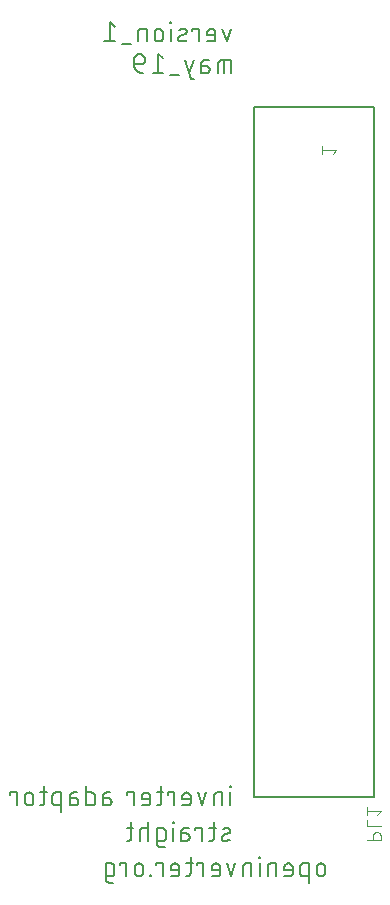
<source format=gbr>
G04 EAGLE Gerber RS-274X export*
G75*
%MOMM*%
%FSLAX34Y34*%
%LPD*%
%INSilkscreen Bottom*%
%IPPOS*%
%AMOC8*
5,1,8,0,0,1.08239X$1,22.5*%
G01*
%ADD10C,0.152400*%
%ADD11C,0.101600*%
%ADD12C,0.127000*%


D10*
X229238Y74374D02*
X229238Y77987D01*
X229236Y78106D01*
X229230Y78226D01*
X229220Y78345D01*
X229206Y78463D01*
X229189Y78582D01*
X229167Y78699D01*
X229142Y78816D01*
X229112Y78931D01*
X229079Y79046D01*
X229042Y79160D01*
X229002Y79272D01*
X228957Y79383D01*
X228909Y79492D01*
X228858Y79600D01*
X228803Y79706D01*
X228744Y79810D01*
X228682Y79912D01*
X228617Y80012D01*
X228548Y80110D01*
X228476Y80206D01*
X228401Y80299D01*
X228324Y80389D01*
X228243Y80477D01*
X228159Y80562D01*
X228072Y80644D01*
X227983Y80724D01*
X227891Y80800D01*
X227797Y80874D01*
X227700Y80944D01*
X227602Y81011D01*
X227501Y81075D01*
X227397Y81135D01*
X227292Y81192D01*
X227185Y81245D01*
X227077Y81295D01*
X226967Y81341D01*
X226855Y81383D01*
X226742Y81422D01*
X226628Y81457D01*
X226513Y81488D01*
X226396Y81516D01*
X226279Y81539D01*
X226162Y81559D01*
X226043Y81575D01*
X225924Y81587D01*
X225805Y81595D01*
X225686Y81599D01*
X225566Y81599D01*
X225447Y81595D01*
X225328Y81587D01*
X225209Y81575D01*
X225090Y81559D01*
X224973Y81539D01*
X224856Y81516D01*
X224739Y81488D01*
X224624Y81457D01*
X224510Y81422D01*
X224397Y81383D01*
X224285Y81341D01*
X224175Y81295D01*
X224067Y81245D01*
X223960Y81192D01*
X223855Y81135D01*
X223751Y81075D01*
X223650Y81011D01*
X223552Y80944D01*
X223455Y80874D01*
X223361Y80800D01*
X223269Y80724D01*
X223180Y80644D01*
X223093Y80562D01*
X223009Y80477D01*
X222928Y80389D01*
X222851Y80299D01*
X222776Y80206D01*
X222704Y80110D01*
X222635Y80012D01*
X222570Y79912D01*
X222508Y79810D01*
X222449Y79706D01*
X222394Y79600D01*
X222343Y79492D01*
X222295Y79383D01*
X222250Y79272D01*
X222210Y79160D01*
X222173Y79046D01*
X222140Y78931D01*
X222110Y78816D01*
X222085Y78699D01*
X222063Y78582D01*
X222046Y78463D01*
X222032Y78345D01*
X222022Y78226D01*
X222016Y78106D01*
X222014Y77987D01*
X222013Y77987D02*
X222013Y74374D01*
X222014Y74374D02*
X222016Y74255D01*
X222022Y74135D01*
X222032Y74016D01*
X222046Y73898D01*
X222063Y73779D01*
X222085Y73662D01*
X222110Y73545D01*
X222140Y73430D01*
X222173Y73315D01*
X222210Y73201D01*
X222250Y73089D01*
X222295Y72978D01*
X222343Y72869D01*
X222394Y72761D01*
X222449Y72655D01*
X222508Y72551D01*
X222570Y72449D01*
X222635Y72349D01*
X222704Y72251D01*
X222776Y72155D01*
X222851Y72062D01*
X222928Y71972D01*
X223009Y71884D01*
X223093Y71799D01*
X223180Y71717D01*
X223269Y71637D01*
X223361Y71561D01*
X223455Y71487D01*
X223552Y71417D01*
X223650Y71350D01*
X223751Y71286D01*
X223855Y71226D01*
X223960Y71169D01*
X224067Y71116D01*
X224175Y71066D01*
X224285Y71020D01*
X224397Y70978D01*
X224510Y70939D01*
X224624Y70904D01*
X224739Y70873D01*
X224856Y70845D01*
X224973Y70822D01*
X225090Y70802D01*
X225209Y70786D01*
X225328Y70774D01*
X225447Y70766D01*
X225566Y70762D01*
X225686Y70762D01*
X225805Y70766D01*
X225924Y70774D01*
X226043Y70786D01*
X226162Y70802D01*
X226279Y70822D01*
X226396Y70845D01*
X226513Y70873D01*
X226628Y70904D01*
X226742Y70939D01*
X226855Y70978D01*
X226967Y71020D01*
X227077Y71066D01*
X227185Y71116D01*
X227292Y71169D01*
X227397Y71226D01*
X227501Y71286D01*
X227602Y71350D01*
X227700Y71417D01*
X227797Y71487D01*
X227891Y71561D01*
X227983Y71637D01*
X228072Y71717D01*
X228159Y71799D01*
X228243Y71884D01*
X228324Y71972D01*
X228401Y72062D01*
X228476Y72155D01*
X228548Y72251D01*
X228617Y72349D01*
X228682Y72449D01*
X228744Y72551D01*
X228803Y72655D01*
X228858Y72761D01*
X228909Y72869D01*
X228957Y72978D01*
X229002Y73089D01*
X229042Y73201D01*
X229079Y73315D01*
X229112Y73430D01*
X229142Y73545D01*
X229167Y73662D01*
X229189Y73779D01*
X229206Y73898D01*
X229220Y74016D01*
X229230Y74135D01*
X229236Y74255D01*
X229238Y74374D01*
X215097Y81599D02*
X215097Y65343D01*
X215097Y81599D02*
X210581Y81599D01*
X210477Y81597D01*
X210374Y81591D01*
X210270Y81581D01*
X210167Y81567D01*
X210065Y81549D01*
X209964Y81528D01*
X209863Y81502D01*
X209764Y81473D01*
X209665Y81440D01*
X209568Y81403D01*
X209473Y81362D01*
X209379Y81318D01*
X209287Y81270D01*
X209197Y81219D01*
X209108Y81164D01*
X209022Y81106D01*
X208939Y81044D01*
X208857Y80980D01*
X208779Y80912D01*
X208703Y80842D01*
X208629Y80769D01*
X208559Y80692D01*
X208491Y80614D01*
X208427Y80532D01*
X208365Y80449D01*
X208307Y80363D01*
X208252Y80274D01*
X208201Y80184D01*
X208153Y80092D01*
X208109Y79998D01*
X208068Y79903D01*
X208031Y79806D01*
X207998Y79707D01*
X207969Y79608D01*
X207943Y79507D01*
X207922Y79406D01*
X207904Y79304D01*
X207890Y79201D01*
X207880Y79097D01*
X207874Y78994D01*
X207872Y78890D01*
X207872Y73471D01*
X207874Y73370D01*
X207880Y73269D01*
X207889Y73168D01*
X207902Y73067D01*
X207919Y72967D01*
X207940Y72868D01*
X207964Y72770D01*
X207992Y72673D01*
X208024Y72576D01*
X208059Y72481D01*
X208098Y72388D01*
X208140Y72296D01*
X208186Y72205D01*
X208235Y72116D01*
X208287Y72030D01*
X208343Y71945D01*
X208401Y71862D01*
X208463Y71782D01*
X208528Y71704D01*
X208595Y71628D01*
X208665Y71555D01*
X208738Y71485D01*
X208814Y71418D01*
X208892Y71353D01*
X208972Y71291D01*
X209055Y71233D01*
X209140Y71177D01*
X209227Y71125D01*
X209315Y71076D01*
X209406Y71030D01*
X209498Y70988D01*
X209591Y70949D01*
X209686Y70914D01*
X209783Y70882D01*
X209880Y70854D01*
X209978Y70830D01*
X210077Y70809D01*
X210177Y70792D01*
X210278Y70779D01*
X210379Y70770D01*
X210480Y70764D01*
X210581Y70762D01*
X215097Y70762D01*
X198914Y70762D02*
X194398Y70762D01*
X198914Y70762D02*
X199015Y70764D01*
X199116Y70770D01*
X199217Y70779D01*
X199318Y70792D01*
X199418Y70809D01*
X199517Y70830D01*
X199615Y70854D01*
X199712Y70882D01*
X199809Y70914D01*
X199904Y70949D01*
X199997Y70988D01*
X200089Y71030D01*
X200180Y71076D01*
X200269Y71125D01*
X200355Y71177D01*
X200440Y71233D01*
X200523Y71291D01*
X200603Y71353D01*
X200681Y71418D01*
X200757Y71485D01*
X200830Y71555D01*
X200900Y71628D01*
X200967Y71704D01*
X201032Y71782D01*
X201094Y71862D01*
X201152Y71945D01*
X201208Y72030D01*
X201260Y72116D01*
X201309Y72205D01*
X201355Y72296D01*
X201397Y72388D01*
X201436Y72481D01*
X201471Y72576D01*
X201503Y72673D01*
X201531Y72770D01*
X201555Y72868D01*
X201576Y72967D01*
X201593Y73067D01*
X201606Y73168D01*
X201615Y73269D01*
X201621Y73370D01*
X201623Y73471D01*
X201623Y77987D01*
X201622Y77987D02*
X201620Y78106D01*
X201614Y78226D01*
X201604Y78345D01*
X201590Y78463D01*
X201573Y78582D01*
X201551Y78699D01*
X201526Y78816D01*
X201496Y78931D01*
X201463Y79046D01*
X201426Y79160D01*
X201386Y79272D01*
X201341Y79383D01*
X201293Y79492D01*
X201242Y79600D01*
X201187Y79706D01*
X201128Y79810D01*
X201066Y79912D01*
X201001Y80012D01*
X200932Y80110D01*
X200860Y80206D01*
X200785Y80299D01*
X200708Y80389D01*
X200627Y80477D01*
X200543Y80562D01*
X200456Y80644D01*
X200367Y80724D01*
X200275Y80800D01*
X200181Y80874D01*
X200084Y80944D01*
X199986Y81011D01*
X199885Y81075D01*
X199781Y81135D01*
X199676Y81192D01*
X199569Y81245D01*
X199461Y81295D01*
X199351Y81341D01*
X199239Y81383D01*
X199126Y81422D01*
X199012Y81457D01*
X198897Y81488D01*
X198780Y81516D01*
X198663Y81539D01*
X198546Y81559D01*
X198427Y81575D01*
X198308Y81587D01*
X198189Y81595D01*
X198070Y81599D01*
X197950Y81599D01*
X197831Y81595D01*
X197712Y81587D01*
X197593Y81575D01*
X197474Y81559D01*
X197357Y81539D01*
X197240Y81516D01*
X197123Y81488D01*
X197008Y81457D01*
X196894Y81422D01*
X196781Y81383D01*
X196669Y81341D01*
X196559Y81295D01*
X196451Y81245D01*
X196344Y81192D01*
X196239Y81135D01*
X196135Y81075D01*
X196034Y81011D01*
X195936Y80944D01*
X195839Y80874D01*
X195745Y80800D01*
X195653Y80724D01*
X195564Y80644D01*
X195477Y80562D01*
X195393Y80477D01*
X195312Y80389D01*
X195235Y80299D01*
X195160Y80206D01*
X195088Y80110D01*
X195019Y80012D01*
X194954Y79912D01*
X194892Y79810D01*
X194833Y79706D01*
X194778Y79600D01*
X194727Y79492D01*
X194679Y79383D01*
X194634Y79272D01*
X194594Y79160D01*
X194557Y79046D01*
X194524Y78931D01*
X194494Y78816D01*
X194469Y78699D01*
X194447Y78582D01*
X194430Y78463D01*
X194416Y78345D01*
X194406Y78226D01*
X194400Y78106D01*
X194398Y77987D01*
X194398Y76181D01*
X201623Y76181D01*
X187555Y70762D02*
X187555Y81599D01*
X183039Y81599D01*
X182935Y81597D01*
X182832Y81591D01*
X182728Y81581D01*
X182625Y81567D01*
X182523Y81549D01*
X182422Y81528D01*
X182321Y81502D01*
X182222Y81473D01*
X182123Y81440D01*
X182026Y81403D01*
X181931Y81362D01*
X181837Y81318D01*
X181745Y81270D01*
X181655Y81219D01*
X181566Y81164D01*
X181480Y81106D01*
X181397Y81044D01*
X181315Y80980D01*
X181237Y80912D01*
X181161Y80842D01*
X181087Y80769D01*
X181017Y80692D01*
X180949Y80614D01*
X180885Y80532D01*
X180823Y80449D01*
X180765Y80363D01*
X180710Y80274D01*
X180659Y80184D01*
X180611Y80092D01*
X180567Y79998D01*
X180526Y79903D01*
X180489Y79806D01*
X180456Y79707D01*
X180427Y79608D01*
X180401Y79507D01*
X180380Y79406D01*
X180362Y79304D01*
X180348Y79201D01*
X180338Y79097D01*
X180332Y78994D01*
X180330Y78890D01*
X180330Y70762D01*
X173522Y70762D02*
X173522Y81599D01*
X173973Y86115D02*
X173973Y87018D01*
X173070Y87018D01*
X173070Y86115D01*
X173973Y86115D01*
X166713Y81599D02*
X166713Y70762D01*
X166713Y81599D02*
X162198Y81599D01*
X162094Y81597D01*
X161991Y81591D01*
X161887Y81581D01*
X161784Y81567D01*
X161682Y81549D01*
X161581Y81528D01*
X161480Y81502D01*
X161381Y81473D01*
X161282Y81440D01*
X161185Y81403D01*
X161090Y81362D01*
X160996Y81318D01*
X160904Y81270D01*
X160814Y81219D01*
X160725Y81164D01*
X160639Y81106D01*
X160556Y81044D01*
X160474Y80980D01*
X160396Y80912D01*
X160320Y80842D01*
X160246Y80769D01*
X160176Y80692D01*
X160108Y80614D01*
X160044Y80532D01*
X159982Y80449D01*
X159924Y80363D01*
X159869Y80274D01*
X159818Y80184D01*
X159770Y80092D01*
X159726Y79998D01*
X159685Y79903D01*
X159648Y79806D01*
X159615Y79707D01*
X159586Y79608D01*
X159560Y79507D01*
X159539Y79406D01*
X159521Y79304D01*
X159507Y79201D01*
X159497Y79097D01*
X159491Y78994D01*
X159489Y78890D01*
X159488Y78890D02*
X159488Y70762D01*
X149554Y70762D02*
X153166Y81599D01*
X145941Y81599D02*
X149554Y70762D01*
X137431Y70762D02*
X132915Y70762D01*
X137431Y70762D02*
X137532Y70764D01*
X137633Y70770D01*
X137734Y70779D01*
X137835Y70792D01*
X137935Y70809D01*
X138034Y70830D01*
X138132Y70854D01*
X138229Y70882D01*
X138326Y70914D01*
X138421Y70949D01*
X138514Y70988D01*
X138606Y71030D01*
X138697Y71076D01*
X138786Y71125D01*
X138872Y71177D01*
X138957Y71233D01*
X139040Y71291D01*
X139120Y71353D01*
X139198Y71418D01*
X139274Y71485D01*
X139347Y71555D01*
X139417Y71628D01*
X139484Y71704D01*
X139549Y71782D01*
X139611Y71862D01*
X139669Y71945D01*
X139725Y72030D01*
X139777Y72116D01*
X139826Y72205D01*
X139872Y72296D01*
X139914Y72388D01*
X139953Y72481D01*
X139988Y72576D01*
X140020Y72673D01*
X140048Y72770D01*
X140072Y72868D01*
X140093Y72967D01*
X140110Y73067D01*
X140123Y73168D01*
X140132Y73269D01*
X140138Y73370D01*
X140140Y73471D01*
X140140Y77987D01*
X140138Y78106D01*
X140132Y78226D01*
X140122Y78345D01*
X140108Y78463D01*
X140091Y78582D01*
X140069Y78699D01*
X140044Y78816D01*
X140014Y78931D01*
X139981Y79046D01*
X139944Y79160D01*
X139904Y79272D01*
X139859Y79383D01*
X139811Y79492D01*
X139760Y79600D01*
X139705Y79706D01*
X139646Y79810D01*
X139584Y79912D01*
X139519Y80012D01*
X139450Y80110D01*
X139378Y80206D01*
X139303Y80299D01*
X139226Y80389D01*
X139145Y80477D01*
X139061Y80562D01*
X138974Y80644D01*
X138885Y80724D01*
X138793Y80800D01*
X138699Y80874D01*
X138602Y80944D01*
X138504Y81011D01*
X138403Y81075D01*
X138299Y81135D01*
X138194Y81192D01*
X138087Y81245D01*
X137979Y81295D01*
X137869Y81341D01*
X137757Y81383D01*
X137644Y81422D01*
X137530Y81457D01*
X137415Y81488D01*
X137298Y81516D01*
X137181Y81539D01*
X137064Y81559D01*
X136945Y81575D01*
X136826Y81587D01*
X136707Y81595D01*
X136588Y81599D01*
X136468Y81599D01*
X136349Y81595D01*
X136230Y81587D01*
X136111Y81575D01*
X135992Y81559D01*
X135875Y81539D01*
X135758Y81516D01*
X135641Y81488D01*
X135526Y81457D01*
X135412Y81422D01*
X135299Y81383D01*
X135187Y81341D01*
X135077Y81295D01*
X134969Y81245D01*
X134862Y81192D01*
X134757Y81135D01*
X134653Y81075D01*
X134552Y81011D01*
X134454Y80944D01*
X134357Y80874D01*
X134263Y80800D01*
X134171Y80724D01*
X134082Y80644D01*
X133995Y80562D01*
X133911Y80477D01*
X133830Y80389D01*
X133753Y80299D01*
X133678Y80206D01*
X133606Y80110D01*
X133537Y80012D01*
X133472Y79912D01*
X133410Y79810D01*
X133351Y79706D01*
X133296Y79600D01*
X133245Y79492D01*
X133197Y79383D01*
X133152Y79272D01*
X133112Y79160D01*
X133075Y79046D01*
X133042Y78931D01*
X133012Y78816D01*
X132987Y78699D01*
X132965Y78582D01*
X132948Y78463D01*
X132934Y78345D01*
X132924Y78226D01*
X132918Y78106D01*
X132916Y77987D01*
X132915Y77987D02*
X132915Y76181D01*
X140140Y76181D01*
X125987Y70762D02*
X125987Y81599D01*
X120569Y81599D01*
X120569Y79793D01*
X116949Y81599D02*
X111530Y81599D01*
X115142Y87018D02*
X115142Y73471D01*
X115140Y73370D01*
X115134Y73269D01*
X115125Y73168D01*
X115112Y73067D01*
X115095Y72967D01*
X115074Y72868D01*
X115050Y72770D01*
X115022Y72673D01*
X114990Y72576D01*
X114955Y72481D01*
X114916Y72388D01*
X114874Y72296D01*
X114828Y72205D01*
X114779Y72116D01*
X114727Y72030D01*
X114671Y71945D01*
X114613Y71862D01*
X114551Y71782D01*
X114486Y71704D01*
X114419Y71628D01*
X114349Y71555D01*
X114276Y71485D01*
X114200Y71418D01*
X114122Y71353D01*
X114042Y71291D01*
X113959Y71233D01*
X113874Y71177D01*
X113787Y71125D01*
X113699Y71076D01*
X113608Y71030D01*
X113516Y70988D01*
X113423Y70949D01*
X113328Y70914D01*
X113231Y70882D01*
X113134Y70854D01*
X113036Y70830D01*
X112937Y70809D01*
X112837Y70792D01*
X112736Y70779D01*
X112635Y70770D01*
X112534Y70764D01*
X112433Y70762D01*
X111530Y70762D01*
X103042Y70762D02*
X98527Y70762D01*
X103042Y70762D02*
X103143Y70764D01*
X103244Y70770D01*
X103345Y70779D01*
X103446Y70792D01*
X103546Y70809D01*
X103645Y70830D01*
X103743Y70854D01*
X103840Y70882D01*
X103937Y70914D01*
X104032Y70949D01*
X104125Y70988D01*
X104217Y71030D01*
X104308Y71076D01*
X104396Y71125D01*
X104483Y71177D01*
X104568Y71233D01*
X104651Y71291D01*
X104731Y71353D01*
X104809Y71418D01*
X104885Y71485D01*
X104958Y71555D01*
X105028Y71628D01*
X105095Y71704D01*
X105160Y71782D01*
X105222Y71862D01*
X105280Y71945D01*
X105336Y72030D01*
X105388Y72116D01*
X105437Y72205D01*
X105483Y72296D01*
X105525Y72388D01*
X105564Y72481D01*
X105599Y72576D01*
X105631Y72673D01*
X105659Y72770D01*
X105683Y72868D01*
X105704Y72967D01*
X105721Y73067D01*
X105734Y73168D01*
X105743Y73269D01*
X105749Y73370D01*
X105751Y73471D01*
X105751Y77987D01*
X105749Y78106D01*
X105743Y78226D01*
X105733Y78345D01*
X105719Y78463D01*
X105702Y78582D01*
X105680Y78699D01*
X105655Y78816D01*
X105625Y78931D01*
X105592Y79046D01*
X105555Y79160D01*
X105515Y79272D01*
X105470Y79383D01*
X105422Y79492D01*
X105371Y79600D01*
X105316Y79706D01*
X105257Y79810D01*
X105195Y79912D01*
X105130Y80012D01*
X105061Y80110D01*
X104989Y80206D01*
X104914Y80299D01*
X104837Y80389D01*
X104756Y80477D01*
X104672Y80562D01*
X104585Y80644D01*
X104496Y80724D01*
X104404Y80800D01*
X104310Y80874D01*
X104213Y80944D01*
X104115Y81011D01*
X104014Y81075D01*
X103910Y81135D01*
X103805Y81192D01*
X103698Y81245D01*
X103590Y81295D01*
X103480Y81341D01*
X103368Y81383D01*
X103255Y81422D01*
X103141Y81457D01*
X103026Y81488D01*
X102909Y81516D01*
X102792Y81539D01*
X102675Y81559D01*
X102556Y81575D01*
X102437Y81587D01*
X102318Y81595D01*
X102199Y81599D01*
X102079Y81599D01*
X101960Y81595D01*
X101841Y81587D01*
X101722Y81575D01*
X101603Y81559D01*
X101486Y81539D01*
X101369Y81516D01*
X101252Y81488D01*
X101137Y81457D01*
X101023Y81422D01*
X100910Y81383D01*
X100798Y81341D01*
X100688Y81295D01*
X100580Y81245D01*
X100473Y81192D01*
X100368Y81135D01*
X100264Y81075D01*
X100163Y81011D01*
X100065Y80944D01*
X99968Y80874D01*
X99874Y80800D01*
X99782Y80724D01*
X99693Y80644D01*
X99606Y80562D01*
X99522Y80477D01*
X99441Y80389D01*
X99364Y80299D01*
X99289Y80206D01*
X99217Y80110D01*
X99148Y80012D01*
X99083Y79912D01*
X99021Y79810D01*
X98962Y79706D01*
X98907Y79600D01*
X98856Y79492D01*
X98808Y79383D01*
X98763Y79272D01*
X98723Y79160D01*
X98686Y79046D01*
X98653Y78931D01*
X98623Y78816D01*
X98598Y78699D01*
X98576Y78582D01*
X98559Y78463D01*
X98545Y78345D01*
X98535Y78226D01*
X98529Y78106D01*
X98527Y77987D01*
X98527Y76181D01*
X105751Y76181D01*
X91599Y81599D02*
X91599Y70762D01*
X91599Y81599D02*
X86180Y81599D01*
X86180Y79793D01*
X81749Y71665D02*
X81749Y70762D01*
X81749Y71665D02*
X80846Y71665D01*
X80846Y70762D01*
X81749Y70762D01*
X75010Y74374D02*
X75010Y77987D01*
X75008Y78106D01*
X75002Y78226D01*
X74992Y78345D01*
X74978Y78463D01*
X74961Y78582D01*
X74939Y78699D01*
X74914Y78816D01*
X74884Y78931D01*
X74851Y79046D01*
X74814Y79160D01*
X74774Y79272D01*
X74729Y79383D01*
X74681Y79492D01*
X74630Y79600D01*
X74575Y79706D01*
X74516Y79810D01*
X74454Y79912D01*
X74389Y80012D01*
X74320Y80110D01*
X74248Y80206D01*
X74173Y80299D01*
X74096Y80389D01*
X74015Y80477D01*
X73931Y80562D01*
X73844Y80644D01*
X73755Y80724D01*
X73663Y80800D01*
X73569Y80874D01*
X73472Y80944D01*
X73374Y81011D01*
X73273Y81075D01*
X73169Y81135D01*
X73064Y81192D01*
X72957Y81245D01*
X72849Y81295D01*
X72739Y81341D01*
X72627Y81383D01*
X72514Y81422D01*
X72400Y81457D01*
X72285Y81488D01*
X72168Y81516D01*
X72051Y81539D01*
X71934Y81559D01*
X71815Y81575D01*
X71696Y81587D01*
X71577Y81595D01*
X71458Y81599D01*
X71338Y81599D01*
X71219Y81595D01*
X71100Y81587D01*
X70981Y81575D01*
X70862Y81559D01*
X70745Y81539D01*
X70628Y81516D01*
X70511Y81488D01*
X70396Y81457D01*
X70282Y81422D01*
X70169Y81383D01*
X70057Y81341D01*
X69947Y81295D01*
X69839Y81245D01*
X69732Y81192D01*
X69627Y81135D01*
X69523Y81075D01*
X69422Y81011D01*
X69324Y80944D01*
X69227Y80874D01*
X69133Y80800D01*
X69041Y80724D01*
X68952Y80644D01*
X68865Y80562D01*
X68781Y80477D01*
X68700Y80389D01*
X68623Y80299D01*
X68548Y80206D01*
X68476Y80110D01*
X68407Y80012D01*
X68342Y79912D01*
X68280Y79810D01*
X68221Y79706D01*
X68166Y79600D01*
X68115Y79492D01*
X68067Y79383D01*
X68022Y79272D01*
X67982Y79160D01*
X67945Y79046D01*
X67912Y78931D01*
X67882Y78816D01*
X67857Y78699D01*
X67835Y78582D01*
X67818Y78463D01*
X67804Y78345D01*
X67794Y78226D01*
X67788Y78106D01*
X67786Y77987D01*
X67785Y77987D02*
X67785Y74374D01*
X67786Y74374D02*
X67788Y74255D01*
X67794Y74135D01*
X67804Y74016D01*
X67818Y73898D01*
X67835Y73779D01*
X67857Y73662D01*
X67882Y73545D01*
X67912Y73430D01*
X67945Y73315D01*
X67982Y73201D01*
X68022Y73089D01*
X68067Y72978D01*
X68115Y72869D01*
X68166Y72761D01*
X68221Y72655D01*
X68280Y72551D01*
X68342Y72449D01*
X68407Y72349D01*
X68476Y72251D01*
X68548Y72155D01*
X68623Y72062D01*
X68700Y71972D01*
X68781Y71884D01*
X68865Y71799D01*
X68952Y71717D01*
X69041Y71637D01*
X69133Y71561D01*
X69227Y71487D01*
X69324Y71417D01*
X69422Y71350D01*
X69523Y71286D01*
X69627Y71226D01*
X69732Y71169D01*
X69839Y71116D01*
X69947Y71066D01*
X70057Y71020D01*
X70169Y70978D01*
X70282Y70939D01*
X70396Y70904D01*
X70511Y70873D01*
X70628Y70845D01*
X70745Y70822D01*
X70862Y70802D01*
X70981Y70786D01*
X71100Y70774D01*
X71219Y70766D01*
X71338Y70762D01*
X71458Y70762D01*
X71577Y70766D01*
X71696Y70774D01*
X71815Y70786D01*
X71934Y70802D01*
X72051Y70822D01*
X72168Y70845D01*
X72285Y70873D01*
X72400Y70904D01*
X72514Y70939D01*
X72627Y70978D01*
X72739Y71020D01*
X72849Y71066D01*
X72957Y71116D01*
X73064Y71169D01*
X73169Y71226D01*
X73273Y71286D01*
X73374Y71350D01*
X73472Y71417D01*
X73569Y71487D01*
X73663Y71561D01*
X73755Y71637D01*
X73844Y71717D01*
X73931Y71799D01*
X74015Y71884D01*
X74096Y71972D01*
X74173Y72062D01*
X74248Y72155D01*
X74320Y72251D01*
X74389Y72349D01*
X74454Y72449D01*
X74516Y72551D01*
X74575Y72655D01*
X74630Y72761D01*
X74681Y72869D01*
X74729Y72978D01*
X74774Y73089D01*
X74814Y73201D01*
X74851Y73315D01*
X74884Y73430D01*
X74914Y73545D01*
X74939Y73662D01*
X74961Y73779D01*
X74978Y73898D01*
X74992Y74016D01*
X75002Y74135D01*
X75008Y74255D01*
X75010Y74374D01*
X60857Y70762D02*
X60857Y81599D01*
X55438Y81599D01*
X55438Y79793D01*
X47885Y70762D02*
X43370Y70762D01*
X47885Y70762D02*
X47986Y70764D01*
X48087Y70770D01*
X48188Y70779D01*
X48289Y70792D01*
X48389Y70809D01*
X48488Y70830D01*
X48586Y70854D01*
X48683Y70882D01*
X48780Y70914D01*
X48875Y70949D01*
X48968Y70988D01*
X49060Y71030D01*
X49151Y71076D01*
X49239Y71125D01*
X49326Y71177D01*
X49411Y71233D01*
X49494Y71291D01*
X49574Y71353D01*
X49652Y71418D01*
X49728Y71485D01*
X49801Y71555D01*
X49871Y71628D01*
X49938Y71704D01*
X50003Y71782D01*
X50065Y71862D01*
X50123Y71945D01*
X50179Y72030D01*
X50231Y72116D01*
X50280Y72205D01*
X50326Y72296D01*
X50368Y72388D01*
X50407Y72481D01*
X50442Y72576D01*
X50474Y72673D01*
X50502Y72770D01*
X50526Y72868D01*
X50547Y72967D01*
X50564Y73067D01*
X50577Y73168D01*
X50586Y73269D01*
X50592Y73370D01*
X50594Y73471D01*
X50594Y78890D01*
X50592Y78991D01*
X50586Y79092D01*
X50577Y79193D01*
X50564Y79294D01*
X50547Y79394D01*
X50526Y79493D01*
X50502Y79591D01*
X50474Y79688D01*
X50442Y79785D01*
X50407Y79880D01*
X50368Y79973D01*
X50326Y80065D01*
X50280Y80156D01*
X50231Y80245D01*
X50179Y80331D01*
X50123Y80416D01*
X50065Y80499D01*
X50003Y80579D01*
X49938Y80657D01*
X49871Y80733D01*
X49801Y80806D01*
X49728Y80876D01*
X49652Y80943D01*
X49574Y81008D01*
X49494Y81070D01*
X49411Y81128D01*
X49326Y81184D01*
X49240Y81236D01*
X49151Y81285D01*
X49060Y81331D01*
X48968Y81373D01*
X48875Y81412D01*
X48780Y81447D01*
X48683Y81479D01*
X48586Y81507D01*
X48488Y81531D01*
X48389Y81552D01*
X48289Y81569D01*
X48188Y81582D01*
X48087Y81591D01*
X47986Y81597D01*
X47885Y81599D01*
X43370Y81599D01*
X43370Y68053D01*
X43372Y67952D01*
X43378Y67851D01*
X43387Y67750D01*
X43400Y67649D01*
X43417Y67549D01*
X43438Y67450D01*
X43462Y67352D01*
X43490Y67255D01*
X43522Y67158D01*
X43557Y67063D01*
X43596Y66970D01*
X43638Y66878D01*
X43684Y66787D01*
X43733Y66699D01*
X43785Y66612D01*
X43841Y66527D01*
X43899Y66444D01*
X43961Y66364D01*
X44026Y66286D01*
X44093Y66210D01*
X44163Y66137D01*
X44236Y66067D01*
X44312Y66000D01*
X44390Y65935D01*
X44470Y65873D01*
X44553Y65815D01*
X44638Y65759D01*
X44725Y65707D01*
X44813Y65658D01*
X44904Y65612D01*
X44996Y65570D01*
X45089Y65531D01*
X45184Y65496D01*
X45281Y65464D01*
X45378Y65436D01*
X45476Y65412D01*
X45575Y65391D01*
X45675Y65374D01*
X45776Y65361D01*
X45877Y65352D01*
X45978Y65346D01*
X46079Y65344D01*
X46079Y65343D02*
X49691Y65343D01*
X148786Y130762D02*
X148786Y141599D01*
X149238Y146115D02*
X149238Y147018D01*
X148335Y147018D01*
X148335Y146115D01*
X149238Y146115D01*
X141978Y141599D02*
X141978Y130762D01*
X141978Y141599D02*
X137463Y141599D01*
X137359Y141597D01*
X137256Y141591D01*
X137152Y141581D01*
X137049Y141567D01*
X136947Y141549D01*
X136846Y141528D01*
X136745Y141502D01*
X136646Y141473D01*
X136547Y141440D01*
X136450Y141403D01*
X136355Y141362D01*
X136261Y141318D01*
X136169Y141270D01*
X136079Y141219D01*
X135990Y141164D01*
X135904Y141106D01*
X135821Y141044D01*
X135739Y140980D01*
X135661Y140912D01*
X135585Y140842D01*
X135511Y140769D01*
X135441Y140692D01*
X135373Y140614D01*
X135309Y140532D01*
X135247Y140449D01*
X135189Y140363D01*
X135134Y140274D01*
X135083Y140184D01*
X135035Y140092D01*
X134991Y139998D01*
X134950Y139903D01*
X134913Y139806D01*
X134880Y139707D01*
X134851Y139608D01*
X134825Y139507D01*
X134804Y139406D01*
X134786Y139304D01*
X134772Y139201D01*
X134762Y139097D01*
X134756Y138994D01*
X134754Y138890D01*
X134753Y138890D02*
X134753Y130762D01*
X124819Y130762D02*
X128431Y141599D01*
X121206Y141599D02*
X124819Y130762D01*
X112696Y130762D02*
X108180Y130762D01*
X112696Y130762D02*
X112797Y130764D01*
X112898Y130770D01*
X112999Y130779D01*
X113100Y130792D01*
X113200Y130809D01*
X113299Y130830D01*
X113397Y130854D01*
X113494Y130882D01*
X113591Y130914D01*
X113686Y130949D01*
X113779Y130988D01*
X113871Y131030D01*
X113962Y131076D01*
X114050Y131125D01*
X114137Y131177D01*
X114222Y131233D01*
X114305Y131291D01*
X114385Y131353D01*
X114463Y131418D01*
X114539Y131485D01*
X114612Y131555D01*
X114682Y131628D01*
X114749Y131704D01*
X114814Y131782D01*
X114876Y131862D01*
X114934Y131945D01*
X114990Y132030D01*
X115042Y132116D01*
X115091Y132205D01*
X115137Y132296D01*
X115179Y132388D01*
X115218Y132481D01*
X115253Y132576D01*
X115285Y132673D01*
X115313Y132770D01*
X115337Y132868D01*
X115358Y132967D01*
X115375Y133067D01*
X115388Y133168D01*
X115397Y133269D01*
X115403Y133370D01*
X115405Y133471D01*
X115405Y137987D01*
X115403Y138106D01*
X115397Y138226D01*
X115387Y138345D01*
X115373Y138463D01*
X115356Y138582D01*
X115334Y138699D01*
X115309Y138816D01*
X115279Y138931D01*
X115246Y139046D01*
X115209Y139160D01*
X115169Y139272D01*
X115124Y139383D01*
X115076Y139492D01*
X115025Y139600D01*
X114970Y139706D01*
X114911Y139810D01*
X114849Y139912D01*
X114784Y140012D01*
X114715Y140110D01*
X114643Y140206D01*
X114568Y140299D01*
X114491Y140389D01*
X114410Y140477D01*
X114326Y140562D01*
X114239Y140644D01*
X114150Y140724D01*
X114058Y140800D01*
X113964Y140874D01*
X113867Y140944D01*
X113769Y141011D01*
X113668Y141075D01*
X113564Y141135D01*
X113459Y141192D01*
X113352Y141245D01*
X113244Y141295D01*
X113134Y141341D01*
X113022Y141383D01*
X112909Y141422D01*
X112795Y141457D01*
X112680Y141488D01*
X112563Y141516D01*
X112446Y141539D01*
X112329Y141559D01*
X112210Y141575D01*
X112091Y141587D01*
X111972Y141595D01*
X111853Y141599D01*
X111733Y141599D01*
X111614Y141595D01*
X111495Y141587D01*
X111376Y141575D01*
X111257Y141559D01*
X111140Y141539D01*
X111023Y141516D01*
X110906Y141488D01*
X110791Y141457D01*
X110677Y141422D01*
X110564Y141383D01*
X110452Y141341D01*
X110342Y141295D01*
X110234Y141245D01*
X110127Y141192D01*
X110022Y141135D01*
X109918Y141075D01*
X109817Y141011D01*
X109719Y140944D01*
X109622Y140874D01*
X109528Y140800D01*
X109436Y140724D01*
X109347Y140644D01*
X109260Y140562D01*
X109176Y140477D01*
X109095Y140389D01*
X109018Y140299D01*
X108943Y140206D01*
X108871Y140110D01*
X108802Y140012D01*
X108737Y139912D01*
X108675Y139810D01*
X108616Y139706D01*
X108561Y139600D01*
X108510Y139492D01*
X108462Y139383D01*
X108417Y139272D01*
X108377Y139160D01*
X108340Y139046D01*
X108307Y138931D01*
X108277Y138816D01*
X108252Y138699D01*
X108230Y138582D01*
X108213Y138463D01*
X108199Y138345D01*
X108189Y138226D01*
X108183Y138106D01*
X108181Y137987D01*
X108180Y137987D02*
X108180Y136181D01*
X115405Y136181D01*
X101252Y130762D02*
X101252Y141599D01*
X95833Y141599D01*
X95833Y139793D01*
X92213Y141599D02*
X86795Y141599D01*
X90407Y147018D02*
X90407Y133471D01*
X90405Y133370D01*
X90399Y133269D01*
X90390Y133168D01*
X90377Y133067D01*
X90360Y132967D01*
X90339Y132868D01*
X90315Y132770D01*
X90287Y132673D01*
X90255Y132576D01*
X90220Y132481D01*
X90181Y132388D01*
X90139Y132296D01*
X90093Y132205D01*
X90044Y132116D01*
X89992Y132030D01*
X89936Y131945D01*
X89878Y131862D01*
X89816Y131782D01*
X89751Y131704D01*
X89684Y131628D01*
X89614Y131555D01*
X89541Y131485D01*
X89465Y131418D01*
X89387Y131353D01*
X89307Y131291D01*
X89224Y131233D01*
X89139Y131177D01*
X89052Y131125D01*
X88964Y131076D01*
X88873Y131030D01*
X88781Y130988D01*
X88688Y130949D01*
X88593Y130914D01*
X88496Y130882D01*
X88399Y130854D01*
X88301Y130830D01*
X88202Y130809D01*
X88102Y130792D01*
X88001Y130779D01*
X87900Y130770D01*
X87799Y130764D01*
X87698Y130762D01*
X86795Y130762D01*
X78307Y130762D02*
X73792Y130762D01*
X78307Y130762D02*
X78408Y130764D01*
X78509Y130770D01*
X78610Y130779D01*
X78711Y130792D01*
X78811Y130809D01*
X78910Y130830D01*
X79008Y130854D01*
X79105Y130882D01*
X79202Y130914D01*
X79297Y130949D01*
X79390Y130988D01*
X79482Y131030D01*
X79573Y131076D01*
X79661Y131125D01*
X79748Y131177D01*
X79833Y131233D01*
X79916Y131291D01*
X79996Y131353D01*
X80074Y131418D01*
X80150Y131485D01*
X80223Y131555D01*
X80293Y131628D01*
X80360Y131704D01*
X80425Y131782D01*
X80487Y131862D01*
X80545Y131945D01*
X80601Y132030D01*
X80653Y132116D01*
X80702Y132205D01*
X80748Y132296D01*
X80790Y132388D01*
X80829Y132481D01*
X80864Y132576D01*
X80896Y132673D01*
X80924Y132770D01*
X80948Y132868D01*
X80969Y132967D01*
X80986Y133067D01*
X80999Y133168D01*
X81008Y133269D01*
X81014Y133370D01*
X81016Y133471D01*
X81016Y137987D01*
X81014Y138106D01*
X81008Y138226D01*
X80998Y138345D01*
X80984Y138463D01*
X80967Y138582D01*
X80945Y138699D01*
X80920Y138816D01*
X80890Y138931D01*
X80857Y139046D01*
X80820Y139160D01*
X80780Y139272D01*
X80735Y139383D01*
X80687Y139492D01*
X80636Y139600D01*
X80581Y139706D01*
X80522Y139810D01*
X80460Y139912D01*
X80395Y140012D01*
X80326Y140110D01*
X80254Y140206D01*
X80179Y140299D01*
X80102Y140389D01*
X80021Y140477D01*
X79937Y140562D01*
X79850Y140644D01*
X79761Y140724D01*
X79669Y140800D01*
X79575Y140874D01*
X79478Y140944D01*
X79380Y141011D01*
X79279Y141075D01*
X79175Y141135D01*
X79070Y141192D01*
X78963Y141245D01*
X78855Y141295D01*
X78745Y141341D01*
X78633Y141383D01*
X78520Y141422D01*
X78406Y141457D01*
X78291Y141488D01*
X78174Y141516D01*
X78057Y141539D01*
X77940Y141559D01*
X77821Y141575D01*
X77702Y141587D01*
X77583Y141595D01*
X77464Y141599D01*
X77344Y141599D01*
X77225Y141595D01*
X77106Y141587D01*
X76987Y141575D01*
X76868Y141559D01*
X76751Y141539D01*
X76634Y141516D01*
X76517Y141488D01*
X76402Y141457D01*
X76288Y141422D01*
X76175Y141383D01*
X76063Y141341D01*
X75953Y141295D01*
X75845Y141245D01*
X75738Y141192D01*
X75633Y141135D01*
X75529Y141075D01*
X75428Y141011D01*
X75330Y140944D01*
X75233Y140874D01*
X75139Y140800D01*
X75047Y140724D01*
X74958Y140644D01*
X74871Y140562D01*
X74787Y140477D01*
X74706Y140389D01*
X74629Y140299D01*
X74554Y140206D01*
X74482Y140110D01*
X74413Y140012D01*
X74348Y139912D01*
X74286Y139810D01*
X74227Y139706D01*
X74172Y139600D01*
X74121Y139492D01*
X74073Y139383D01*
X74028Y139272D01*
X73988Y139160D01*
X73951Y139046D01*
X73918Y138931D01*
X73888Y138816D01*
X73863Y138699D01*
X73841Y138582D01*
X73824Y138463D01*
X73810Y138345D01*
X73800Y138226D01*
X73794Y138106D01*
X73792Y137987D01*
X73792Y136181D01*
X81016Y136181D01*
X66863Y130762D02*
X66863Y141599D01*
X61445Y141599D01*
X61445Y139793D01*
X45103Y137084D02*
X41039Y137084D01*
X45103Y137084D02*
X45215Y137082D01*
X45326Y137076D01*
X45437Y137066D01*
X45548Y137053D01*
X45658Y137035D01*
X45767Y137013D01*
X45876Y136988D01*
X45984Y136959D01*
X46090Y136926D01*
X46196Y136889D01*
X46300Y136849D01*
X46402Y136805D01*
X46503Y136757D01*
X46602Y136706D01*
X46700Y136651D01*
X46795Y136593D01*
X46888Y136532D01*
X46979Y136467D01*
X47068Y136399D01*
X47154Y136328D01*
X47237Y136255D01*
X47318Y136178D01*
X47397Y136098D01*
X47472Y136016D01*
X47544Y135931D01*
X47614Y135844D01*
X47680Y135754D01*
X47743Y135662D01*
X47803Y135567D01*
X47859Y135471D01*
X47912Y135373D01*
X47961Y135273D01*
X48007Y135171D01*
X48049Y135068D01*
X48088Y134963D01*
X48123Y134857D01*
X48154Y134750D01*
X48181Y134642D01*
X48205Y134533D01*
X48224Y134423D01*
X48240Y134313D01*
X48252Y134202D01*
X48260Y134090D01*
X48264Y133979D01*
X48264Y133867D01*
X48260Y133756D01*
X48252Y133644D01*
X48240Y133533D01*
X48224Y133423D01*
X48205Y133313D01*
X48181Y133204D01*
X48154Y133096D01*
X48123Y132989D01*
X48088Y132883D01*
X48049Y132778D01*
X48007Y132675D01*
X47961Y132573D01*
X47912Y132473D01*
X47859Y132375D01*
X47803Y132279D01*
X47743Y132184D01*
X47680Y132092D01*
X47614Y132002D01*
X47544Y131915D01*
X47472Y131830D01*
X47397Y131748D01*
X47318Y131668D01*
X47237Y131591D01*
X47154Y131518D01*
X47068Y131447D01*
X46979Y131379D01*
X46888Y131314D01*
X46795Y131253D01*
X46700Y131195D01*
X46602Y131140D01*
X46503Y131089D01*
X46402Y131041D01*
X46300Y130997D01*
X46196Y130957D01*
X46090Y130920D01*
X45984Y130887D01*
X45876Y130858D01*
X45767Y130833D01*
X45658Y130811D01*
X45548Y130793D01*
X45437Y130780D01*
X45326Y130770D01*
X45215Y130764D01*
X45103Y130762D01*
X41039Y130762D01*
X41039Y138890D01*
X41040Y138890D02*
X41042Y138991D01*
X41048Y139092D01*
X41057Y139193D01*
X41070Y139294D01*
X41087Y139394D01*
X41108Y139493D01*
X41132Y139591D01*
X41160Y139688D01*
X41192Y139785D01*
X41227Y139880D01*
X41266Y139973D01*
X41308Y140065D01*
X41354Y140156D01*
X41403Y140245D01*
X41455Y140331D01*
X41511Y140416D01*
X41569Y140499D01*
X41631Y140579D01*
X41696Y140657D01*
X41763Y140733D01*
X41833Y140806D01*
X41906Y140876D01*
X41982Y140943D01*
X42060Y141008D01*
X42140Y141070D01*
X42223Y141128D01*
X42308Y141184D01*
X42395Y141236D01*
X42483Y141285D01*
X42574Y141331D01*
X42666Y141373D01*
X42759Y141412D01*
X42854Y141447D01*
X42951Y141479D01*
X43048Y141507D01*
X43146Y141531D01*
X43245Y141552D01*
X43345Y141569D01*
X43446Y141582D01*
X43547Y141591D01*
X43648Y141597D01*
X43749Y141599D01*
X47361Y141599D01*
X26971Y147018D02*
X26971Y130762D01*
X31487Y130762D01*
X31588Y130764D01*
X31689Y130770D01*
X31790Y130779D01*
X31891Y130792D01*
X31991Y130809D01*
X32090Y130830D01*
X32188Y130854D01*
X32285Y130882D01*
X32382Y130914D01*
X32477Y130949D01*
X32570Y130988D01*
X32662Y131030D01*
X32753Y131076D01*
X32841Y131125D01*
X32928Y131177D01*
X33013Y131233D01*
X33096Y131291D01*
X33176Y131353D01*
X33254Y131418D01*
X33330Y131485D01*
X33403Y131555D01*
X33473Y131628D01*
X33540Y131704D01*
X33605Y131782D01*
X33667Y131862D01*
X33725Y131945D01*
X33781Y132030D01*
X33833Y132116D01*
X33882Y132205D01*
X33928Y132296D01*
X33970Y132388D01*
X34009Y132481D01*
X34044Y132576D01*
X34076Y132673D01*
X34104Y132770D01*
X34128Y132868D01*
X34149Y132967D01*
X34166Y133067D01*
X34179Y133168D01*
X34188Y133269D01*
X34194Y133370D01*
X34196Y133471D01*
X34196Y138890D01*
X34194Y138991D01*
X34188Y139092D01*
X34179Y139193D01*
X34166Y139294D01*
X34149Y139394D01*
X34128Y139493D01*
X34104Y139591D01*
X34076Y139688D01*
X34044Y139785D01*
X34009Y139880D01*
X33970Y139973D01*
X33928Y140065D01*
X33882Y140156D01*
X33833Y140245D01*
X33781Y140331D01*
X33725Y140416D01*
X33667Y140499D01*
X33605Y140579D01*
X33540Y140657D01*
X33473Y140733D01*
X33403Y140806D01*
X33330Y140876D01*
X33254Y140943D01*
X33176Y141008D01*
X33096Y141070D01*
X33013Y141128D01*
X32928Y141184D01*
X32842Y141236D01*
X32753Y141285D01*
X32662Y141331D01*
X32570Y141373D01*
X32477Y141412D01*
X32382Y141447D01*
X32285Y141479D01*
X32188Y141507D01*
X32090Y141531D01*
X31991Y141552D01*
X31891Y141569D01*
X31790Y141582D01*
X31689Y141591D01*
X31588Y141597D01*
X31487Y141599D01*
X26971Y141599D01*
X16967Y137084D02*
X12903Y137084D01*
X16967Y137084D02*
X17079Y137082D01*
X17190Y137076D01*
X17301Y137066D01*
X17412Y137053D01*
X17522Y137035D01*
X17631Y137013D01*
X17740Y136988D01*
X17848Y136959D01*
X17954Y136926D01*
X18060Y136889D01*
X18164Y136849D01*
X18266Y136805D01*
X18367Y136757D01*
X18466Y136706D01*
X18564Y136651D01*
X18659Y136593D01*
X18752Y136532D01*
X18843Y136467D01*
X18932Y136399D01*
X19018Y136328D01*
X19101Y136255D01*
X19182Y136178D01*
X19261Y136098D01*
X19336Y136016D01*
X19408Y135931D01*
X19478Y135844D01*
X19544Y135754D01*
X19607Y135662D01*
X19667Y135567D01*
X19723Y135471D01*
X19776Y135373D01*
X19825Y135273D01*
X19871Y135171D01*
X19913Y135068D01*
X19952Y134963D01*
X19987Y134857D01*
X20018Y134750D01*
X20045Y134642D01*
X20069Y134533D01*
X20088Y134423D01*
X20104Y134313D01*
X20116Y134202D01*
X20124Y134090D01*
X20128Y133979D01*
X20128Y133867D01*
X20124Y133756D01*
X20116Y133644D01*
X20104Y133533D01*
X20088Y133423D01*
X20069Y133313D01*
X20045Y133204D01*
X20018Y133096D01*
X19987Y132989D01*
X19952Y132883D01*
X19913Y132778D01*
X19871Y132675D01*
X19825Y132573D01*
X19776Y132473D01*
X19723Y132375D01*
X19667Y132279D01*
X19607Y132184D01*
X19544Y132092D01*
X19478Y132002D01*
X19408Y131915D01*
X19336Y131830D01*
X19261Y131748D01*
X19182Y131668D01*
X19101Y131591D01*
X19018Y131518D01*
X18932Y131447D01*
X18843Y131379D01*
X18752Y131314D01*
X18659Y131253D01*
X18564Y131195D01*
X18466Y131140D01*
X18367Y131089D01*
X18266Y131041D01*
X18164Y130997D01*
X18060Y130957D01*
X17954Y130920D01*
X17848Y130887D01*
X17740Y130858D01*
X17631Y130833D01*
X17522Y130811D01*
X17412Y130793D01*
X17301Y130780D01*
X17190Y130770D01*
X17079Y130764D01*
X16967Y130762D01*
X12903Y130762D01*
X12903Y138890D01*
X12905Y138991D01*
X12911Y139092D01*
X12920Y139193D01*
X12933Y139294D01*
X12950Y139394D01*
X12971Y139493D01*
X12995Y139591D01*
X13023Y139688D01*
X13055Y139785D01*
X13090Y139880D01*
X13129Y139973D01*
X13171Y140065D01*
X13217Y140156D01*
X13266Y140245D01*
X13318Y140331D01*
X13374Y140416D01*
X13432Y140499D01*
X13494Y140579D01*
X13559Y140657D01*
X13626Y140733D01*
X13696Y140806D01*
X13769Y140876D01*
X13845Y140943D01*
X13923Y141008D01*
X14003Y141070D01*
X14086Y141128D01*
X14171Y141184D01*
X14258Y141236D01*
X14346Y141285D01*
X14437Y141331D01*
X14529Y141373D01*
X14622Y141412D01*
X14717Y141447D01*
X14814Y141479D01*
X14911Y141507D01*
X15009Y141531D01*
X15108Y141552D01*
X15208Y141569D01*
X15309Y141582D01*
X15410Y141591D01*
X15511Y141597D01*
X15612Y141599D01*
X19225Y141599D01*
X5392Y141599D02*
X5392Y125343D01*
X5392Y141599D02*
X877Y141599D01*
X773Y141597D01*
X670Y141591D01*
X566Y141581D01*
X463Y141567D01*
X361Y141549D01*
X260Y141528D01*
X159Y141502D01*
X60Y141473D01*
X-39Y141440D01*
X-136Y141403D01*
X-231Y141362D01*
X-325Y141318D01*
X-417Y141270D01*
X-507Y141219D01*
X-596Y141164D01*
X-682Y141106D01*
X-765Y141044D01*
X-847Y140980D01*
X-925Y140912D01*
X-1001Y140842D01*
X-1075Y140769D01*
X-1145Y140692D01*
X-1213Y140614D01*
X-1277Y140532D01*
X-1339Y140449D01*
X-1397Y140363D01*
X-1452Y140274D01*
X-1503Y140184D01*
X-1551Y140092D01*
X-1595Y139998D01*
X-1636Y139903D01*
X-1673Y139806D01*
X-1706Y139707D01*
X-1735Y139608D01*
X-1761Y139507D01*
X-1782Y139406D01*
X-1800Y139304D01*
X-1814Y139201D01*
X-1824Y139097D01*
X-1830Y138994D01*
X-1832Y138890D01*
X-1833Y138890D02*
X-1833Y133471D01*
X-1832Y133471D02*
X-1830Y133370D01*
X-1824Y133269D01*
X-1815Y133168D01*
X-1802Y133067D01*
X-1785Y132967D01*
X-1764Y132868D01*
X-1740Y132770D01*
X-1712Y132673D01*
X-1680Y132576D01*
X-1645Y132481D01*
X-1606Y132388D01*
X-1564Y132296D01*
X-1518Y132205D01*
X-1469Y132117D01*
X-1417Y132030D01*
X-1361Y131945D01*
X-1303Y131862D01*
X-1241Y131782D01*
X-1176Y131704D01*
X-1109Y131628D01*
X-1039Y131555D01*
X-966Y131485D01*
X-890Y131418D01*
X-812Y131353D01*
X-732Y131291D01*
X-649Y131233D01*
X-564Y131177D01*
X-477Y131125D01*
X-389Y131076D01*
X-298Y131030D01*
X-206Y130988D01*
X-113Y130949D01*
X-18Y130914D01*
X79Y130882D01*
X176Y130854D01*
X274Y130830D01*
X373Y130809D01*
X473Y130792D01*
X574Y130779D01*
X675Y130770D01*
X776Y130764D01*
X877Y130762D01*
X5392Y130762D01*
X-6784Y141599D02*
X-12203Y141599D01*
X-8590Y147018D02*
X-8590Y133471D01*
X-8591Y133471D02*
X-8593Y133370D01*
X-8599Y133269D01*
X-8608Y133168D01*
X-8621Y133067D01*
X-8638Y132967D01*
X-8659Y132868D01*
X-8683Y132770D01*
X-8711Y132673D01*
X-8743Y132576D01*
X-8778Y132481D01*
X-8817Y132388D01*
X-8859Y132296D01*
X-8905Y132205D01*
X-8954Y132116D01*
X-9006Y132030D01*
X-9062Y131945D01*
X-9120Y131862D01*
X-9182Y131782D01*
X-9247Y131704D01*
X-9314Y131628D01*
X-9384Y131555D01*
X-9457Y131485D01*
X-9533Y131418D01*
X-9611Y131353D01*
X-9691Y131291D01*
X-9774Y131233D01*
X-9859Y131177D01*
X-9946Y131125D01*
X-10034Y131076D01*
X-10125Y131030D01*
X-10217Y130988D01*
X-10310Y130949D01*
X-10405Y130914D01*
X-10502Y130882D01*
X-10599Y130854D01*
X-10697Y130830D01*
X-10796Y130809D01*
X-10896Y130792D01*
X-10997Y130779D01*
X-11098Y130770D01*
X-11199Y130764D01*
X-11300Y130762D01*
X-12203Y130762D01*
X-17981Y134374D02*
X-17981Y137987D01*
X-17982Y137987D02*
X-17984Y138106D01*
X-17990Y138226D01*
X-18000Y138345D01*
X-18014Y138463D01*
X-18031Y138582D01*
X-18053Y138699D01*
X-18078Y138816D01*
X-18108Y138931D01*
X-18141Y139046D01*
X-18178Y139160D01*
X-18218Y139272D01*
X-18263Y139383D01*
X-18311Y139492D01*
X-18362Y139600D01*
X-18417Y139706D01*
X-18476Y139810D01*
X-18538Y139912D01*
X-18603Y140012D01*
X-18672Y140110D01*
X-18744Y140206D01*
X-18819Y140299D01*
X-18896Y140389D01*
X-18977Y140477D01*
X-19061Y140562D01*
X-19148Y140644D01*
X-19237Y140724D01*
X-19329Y140800D01*
X-19423Y140874D01*
X-19520Y140944D01*
X-19618Y141011D01*
X-19719Y141075D01*
X-19823Y141135D01*
X-19928Y141192D01*
X-20035Y141245D01*
X-20143Y141295D01*
X-20253Y141341D01*
X-20365Y141383D01*
X-20478Y141422D01*
X-20592Y141457D01*
X-20707Y141488D01*
X-20824Y141516D01*
X-20941Y141539D01*
X-21058Y141559D01*
X-21177Y141575D01*
X-21296Y141587D01*
X-21415Y141595D01*
X-21534Y141599D01*
X-21654Y141599D01*
X-21773Y141595D01*
X-21892Y141587D01*
X-22011Y141575D01*
X-22130Y141559D01*
X-22247Y141539D01*
X-22364Y141516D01*
X-22481Y141488D01*
X-22596Y141457D01*
X-22710Y141422D01*
X-22823Y141383D01*
X-22935Y141341D01*
X-23045Y141295D01*
X-23153Y141245D01*
X-23260Y141192D01*
X-23365Y141135D01*
X-23469Y141075D01*
X-23570Y141011D01*
X-23668Y140944D01*
X-23765Y140874D01*
X-23859Y140800D01*
X-23951Y140724D01*
X-24040Y140644D01*
X-24127Y140562D01*
X-24211Y140477D01*
X-24292Y140389D01*
X-24369Y140299D01*
X-24444Y140206D01*
X-24516Y140110D01*
X-24585Y140012D01*
X-24650Y139912D01*
X-24712Y139810D01*
X-24771Y139706D01*
X-24826Y139600D01*
X-24877Y139492D01*
X-24925Y139383D01*
X-24970Y139272D01*
X-25010Y139160D01*
X-25047Y139046D01*
X-25080Y138931D01*
X-25110Y138816D01*
X-25135Y138699D01*
X-25157Y138582D01*
X-25174Y138463D01*
X-25188Y138345D01*
X-25198Y138226D01*
X-25204Y138106D01*
X-25206Y137987D01*
X-25206Y134374D01*
X-25204Y134255D01*
X-25198Y134135D01*
X-25188Y134016D01*
X-25174Y133898D01*
X-25157Y133779D01*
X-25135Y133662D01*
X-25110Y133545D01*
X-25080Y133430D01*
X-25047Y133315D01*
X-25010Y133201D01*
X-24970Y133089D01*
X-24925Y132978D01*
X-24877Y132869D01*
X-24826Y132761D01*
X-24771Y132655D01*
X-24712Y132551D01*
X-24650Y132449D01*
X-24585Y132349D01*
X-24516Y132251D01*
X-24444Y132155D01*
X-24369Y132062D01*
X-24292Y131972D01*
X-24211Y131884D01*
X-24127Y131799D01*
X-24040Y131717D01*
X-23951Y131637D01*
X-23859Y131561D01*
X-23765Y131487D01*
X-23668Y131417D01*
X-23570Y131350D01*
X-23469Y131286D01*
X-23365Y131226D01*
X-23260Y131169D01*
X-23153Y131116D01*
X-23045Y131066D01*
X-22935Y131020D01*
X-22823Y130978D01*
X-22710Y130939D01*
X-22596Y130904D01*
X-22481Y130873D01*
X-22364Y130845D01*
X-22247Y130822D01*
X-22130Y130802D01*
X-22011Y130786D01*
X-21892Y130774D01*
X-21773Y130766D01*
X-21654Y130762D01*
X-21534Y130762D01*
X-21415Y130766D01*
X-21296Y130774D01*
X-21177Y130786D01*
X-21058Y130802D01*
X-20941Y130822D01*
X-20824Y130845D01*
X-20707Y130873D01*
X-20592Y130904D01*
X-20478Y130939D01*
X-20365Y130978D01*
X-20253Y131020D01*
X-20143Y131066D01*
X-20035Y131116D01*
X-19928Y131169D01*
X-19823Y131226D01*
X-19719Y131286D01*
X-19618Y131350D01*
X-19520Y131417D01*
X-19423Y131487D01*
X-19329Y131561D01*
X-19237Y131637D01*
X-19148Y131717D01*
X-19061Y131799D01*
X-18977Y131884D01*
X-18896Y131972D01*
X-18819Y132062D01*
X-18744Y132155D01*
X-18672Y132251D01*
X-18603Y132349D01*
X-18538Y132449D01*
X-18476Y132551D01*
X-18417Y132655D01*
X-18362Y132761D01*
X-18311Y132869D01*
X-18263Y132978D01*
X-18218Y133089D01*
X-18178Y133201D01*
X-18141Y133315D01*
X-18108Y133430D01*
X-18078Y133545D01*
X-18053Y133662D01*
X-18031Y133779D01*
X-18014Y133898D01*
X-18000Y134016D01*
X-17990Y134135D01*
X-17984Y134255D01*
X-17982Y134374D01*
X-32134Y130762D02*
X-32134Y141599D01*
X-37553Y141599D01*
X-37553Y139793D01*
X145626Y777432D02*
X149238Y788269D01*
X142013Y788269D02*
X145626Y777432D01*
X133503Y777432D02*
X128987Y777432D01*
X133503Y777432D02*
X133604Y777434D01*
X133705Y777440D01*
X133806Y777449D01*
X133907Y777462D01*
X134007Y777479D01*
X134106Y777500D01*
X134204Y777524D01*
X134301Y777552D01*
X134398Y777584D01*
X134493Y777619D01*
X134586Y777658D01*
X134678Y777700D01*
X134769Y777746D01*
X134858Y777795D01*
X134944Y777847D01*
X135029Y777903D01*
X135112Y777961D01*
X135192Y778023D01*
X135270Y778088D01*
X135346Y778155D01*
X135419Y778225D01*
X135489Y778298D01*
X135556Y778374D01*
X135621Y778452D01*
X135683Y778532D01*
X135741Y778615D01*
X135797Y778700D01*
X135849Y778787D01*
X135898Y778875D01*
X135944Y778966D01*
X135986Y779058D01*
X136025Y779151D01*
X136060Y779246D01*
X136092Y779343D01*
X136120Y779440D01*
X136144Y779538D01*
X136165Y779637D01*
X136182Y779737D01*
X136195Y779838D01*
X136204Y779939D01*
X136210Y780040D01*
X136212Y780141D01*
X136212Y784657D01*
X136210Y784776D01*
X136204Y784896D01*
X136194Y785015D01*
X136180Y785133D01*
X136163Y785252D01*
X136141Y785369D01*
X136116Y785486D01*
X136086Y785601D01*
X136053Y785716D01*
X136016Y785830D01*
X135976Y785942D01*
X135931Y786053D01*
X135883Y786162D01*
X135832Y786270D01*
X135777Y786376D01*
X135718Y786480D01*
X135656Y786582D01*
X135591Y786682D01*
X135522Y786780D01*
X135450Y786876D01*
X135375Y786969D01*
X135298Y787059D01*
X135217Y787147D01*
X135133Y787232D01*
X135046Y787314D01*
X134957Y787394D01*
X134865Y787470D01*
X134771Y787544D01*
X134674Y787614D01*
X134576Y787681D01*
X134475Y787745D01*
X134371Y787805D01*
X134266Y787862D01*
X134159Y787915D01*
X134051Y787965D01*
X133941Y788011D01*
X133829Y788053D01*
X133716Y788092D01*
X133602Y788127D01*
X133487Y788158D01*
X133370Y788186D01*
X133253Y788209D01*
X133136Y788229D01*
X133017Y788245D01*
X132898Y788257D01*
X132779Y788265D01*
X132660Y788269D01*
X132540Y788269D01*
X132421Y788265D01*
X132302Y788257D01*
X132183Y788245D01*
X132064Y788229D01*
X131947Y788209D01*
X131830Y788186D01*
X131713Y788158D01*
X131598Y788127D01*
X131484Y788092D01*
X131371Y788053D01*
X131259Y788011D01*
X131149Y787965D01*
X131041Y787915D01*
X130934Y787862D01*
X130829Y787805D01*
X130725Y787745D01*
X130624Y787681D01*
X130526Y787614D01*
X130429Y787544D01*
X130335Y787470D01*
X130243Y787394D01*
X130154Y787314D01*
X130067Y787232D01*
X129983Y787147D01*
X129902Y787059D01*
X129825Y786969D01*
X129750Y786876D01*
X129678Y786780D01*
X129609Y786682D01*
X129544Y786582D01*
X129482Y786480D01*
X129423Y786376D01*
X129368Y786270D01*
X129317Y786162D01*
X129269Y786053D01*
X129224Y785942D01*
X129184Y785830D01*
X129147Y785716D01*
X129114Y785601D01*
X129084Y785486D01*
X129059Y785369D01*
X129037Y785252D01*
X129020Y785133D01*
X129006Y785015D01*
X128996Y784896D01*
X128990Y784776D01*
X128988Y784657D01*
X128987Y784657D02*
X128987Y782851D01*
X136212Y782851D01*
X122059Y777432D02*
X122059Y788269D01*
X116640Y788269D01*
X116640Y786463D01*
X110368Y783754D02*
X105853Y781948D01*
X110369Y783754D02*
X110457Y783791D01*
X110543Y783832D01*
X110628Y783876D01*
X110711Y783924D01*
X110791Y783975D01*
X110870Y784029D01*
X110946Y784087D01*
X111020Y784147D01*
X111092Y784211D01*
X111160Y784277D01*
X111226Y784347D01*
X111289Y784418D01*
X111350Y784493D01*
X111407Y784569D01*
X111460Y784648D01*
X111511Y784729D01*
X111558Y784812D01*
X111602Y784897D01*
X111642Y784984D01*
X111679Y785072D01*
X111712Y785162D01*
X111742Y785253D01*
X111767Y785345D01*
X111789Y785438D01*
X111807Y785532D01*
X111822Y785626D01*
X111832Y785721D01*
X111838Y785817D01*
X111841Y785912D01*
X111840Y786008D01*
X111834Y786103D01*
X111825Y786199D01*
X111812Y786293D01*
X111796Y786387D01*
X111775Y786481D01*
X111750Y786573D01*
X111722Y786664D01*
X111690Y786754D01*
X111655Y786843D01*
X111616Y786930D01*
X111573Y787016D01*
X111527Y787100D01*
X111477Y787181D01*
X111425Y787261D01*
X111369Y787339D01*
X111309Y787414D01*
X111247Y787486D01*
X111182Y787556D01*
X111114Y787624D01*
X111044Y787688D01*
X110971Y787750D01*
X110895Y787808D01*
X110817Y787864D01*
X110737Y787916D01*
X110655Y787965D01*
X110571Y788010D01*
X110485Y788052D01*
X110398Y788091D01*
X110309Y788126D01*
X110218Y788157D01*
X110127Y788184D01*
X110034Y788208D01*
X109941Y788228D01*
X109847Y788244D01*
X109752Y788256D01*
X109657Y788265D01*
X109561Y788269D01*
X109466Y788270D01*
X109219Y788263D01*
X108973Y788251D01*
X108727Y788233D01*
X108481Y788208D01*
X108237Y788178D01*
X107993Y788142D01*
X107750Y788101D01*
X107508Y788053D01*
X107267Y787999D01*
X107028Y787940D01*
X106790Y787875D01*
X106554Y787804D01*
X106319Y787728D01*
X106086Y787646D01*
X105856Y787558D01*
X105628Y787465D01*
X105401Y787367D01*
X105853Y781947D02*
X105765Y781910D01*
X105679Y781869D01*
X105594Y781825D01*
X105511Y781777D01*
X105431Y781726D01*
X105352Y781672D01*
X105276Y781614D01*
X105202Y781554D01*
X105130Y781490D01*
X105062Y781424D01*
X104996Y781354D01*
X104933Y781283D01*
X104872Y781208D01*
X104815Y781132D01*
X104762Y781053D01*
X104711Y780972D01*
X104664Y780889D01*
X104620Y780804D01*
X104580Y780717D01*
X104543Y780629D01*
X104510Y780539D01*
X104480Y780448D01*
X104455Y780356D01*
X104433Y780263D01*
X104415Y780169D01*
X104400Y780075D01*
X104390Y779980D01*
X104384Y779884D01*
X104381Y779789D01*
X104382Y779693D01*
X104388Y779598D01*
X104397Y779502D01*
X104410Y779408D01*
X104426Y779314D01*
X104447Y779220D01*
X104472Y779128D01*
X104500Y779037D01*
X104532Y778947D01*
X104567Y778858D01*
X104606Y778771D01*
X104649Y778685D01*
X104695Y778601D01*
X104745Y778520D01*
X104797Y778440D01*
X104853Y778362D01*
X104913Y778287D01*
X104975Y778215D01*
X105040Y778145D01*
X105108Y778077D01*
X105178Y778013D01*
X105251Y777951D01*
X105327Y777893D01*
X105405Y777837D01*
X105485Y777785D01*
X105567Y777736D01*
X105651Y777691D01*
X105737Y777649D01*
X105824Y777610D01*
X105913Y777575D01*
X106004Y777544D01*
X106095Y777517D01*
X106188Y777493D01*
X106281Y777473D01*
X106375Y777457D01*
X106470Y777445D01*
X106565Y777436D01*
X106661Y777432D01*
X106756Y777431D01*
X106756Y777432D02*
X107118Y777441D01*
X107480Y777459D01*
X107841Y777486D01*
X108201Y777521D01*
X108561Y777564D01*
X108920Y777616D01*
X109277Y777677D01*
X109632Y777746D01*
X109986Y777823D01*
X110338Y777909D01*
X110688Y778003D01*
X111036Y778106D01*
X111381Y778216D01*
X111723Y778335D01*
X98211Y777432D02*
X98211Y788269D01*
X98662Y792785D02*
X98662Y793688D01*
X97759Y793688D01*
X97759Y792785D01*
X98662Y792785D01*
X91924Y784657D02*
X91924Y781044D01*
X91923Y784657D02*
X91921Y784776D01*
X91915Y784896D01*
X91905Y785015D01*
X91891Y785133D01*
X91874Y785252D01*
X91852Y785369D01*
X91827Y785486D01*
X91797Y785601D01*
X91764Y785716D01*
X91727Y785830D01*
X91687Y785942D01*
X91642Y786053D01*
X91594Y786162D01*
X91543Y786270D01*
X91488Y786376D01*
X91429Y786480D01*
X91367Y786582D01*
X91302Y786682D01*
X91233Y786780D01*
X91161Y786876D01*
X91086Y786969D01*
X91009Y787059D01*
X90928Y787147D01*
X90844Y787232D01*
X90757Y787314D01*
X90668Y787394D01*
X90576Y787470D01*
X90482Y787544D01*
X90385Y787614D01*
X90287Y787681D01*
X90186Y787745D01*
X90082Y787805D01*
X89977Y787862D01*
X89870Y787915D01*
X89762Y787965D01*
X89652Y788011D01*
X89540Y788053D01*
X89427Y788092D01*
X89313Y788127D01*
X89198Y788158D01*
X89081Y788186D01*
X88964Y788209D01*
X88847Y788229D01*
X88728Y788245D01*
X88609Y788257D01*
X88490Y788265D01*
X88371Y788269D01*
X88251Y788269D01*
X88132Y788265D01*
X88013Y788257D01*
X87894Y788245D01*
X87775Y788229D01*
X87658Y788209D01*
X87541Y788186D01*
X87424Y788158D01*
X87309Y788127D01*
X87195Y788092D01*
X87082Y788053D01*
X86970Y788011D01*
X86860Y787965D01*
X86752Y787915D01*
X86645Y787862D01*
X86540Y787805D01*
X86436Y787745D01*
X86335Y787681D01*
X86237Y787614D01*
X86140Y787544D01*
X86046Y787470D01*
X85954Y787394D01*
X85865Y787314D01*
X85778Y787232D01*
X85694Y787147D01*
X85613Y787059D01*
X85536Y786969D01*
X85461Y786876D01*
X85389Y786780D01*
X85320Y786682D01*
X85255Y786582D01*
X85193Y786480D01*
X85134Y786376D01*
X85079Y786270D01*
X85028Y786162D01*
X84980Y786053D01*
X84935Y785942D01*
X84895Y785830D01*
X84858Y785716D01*
X84825Y785601D01*
X84795Y785486D01*
X84770Y785369D01*
X84748Y785252D01*
X84731Y785133D01*
X84717Y785015D01*
X84707Y784896D01*
X84701Y784776D01*
X84699Y784657D01*
X84699Y781044D01*
X84701Y780925D01*
X84707Y780805D01*
X84717Y780686D01*
X84731Y780568D01*
X84748Y780449D01*
X84770Y780332D01*
X84795Y780215D01*
X84825Y780100D01*
X84858Y779985D01*
X84895Y779871D01*
X84935Y779759D01*
X84980Y779648D01*
X85028Y779539D01*
X85079Y779431D01*
X85134Y779325D01*
X85193Y779221D01*
X85255Y779119D01*
X85320Y779019D01*
X85389Y778921D01*
X85461Y778825D01*
X85536Y778732D01*
X85613Y778642D01*
X85694Y778554D01*
X85778Y778469D01*
X85865Y778387D01*
X85954Y778307D01*
X86046Y778231D01*
X86140Y778157D01*
X86237Y778087D01*
X86335Y778020D01*
X86436Y777956D01*
X86540Y777896D01*
X86645Y777839D01*
X86752Y777786D01*
X86860Y777736D01*
X86970Y777690D01*
X87082Y777648D01*
X87195Y777609D01*
X87309Y777574D01*
X87424Y777543D01*
X87541Y777515D01*
X87658Y777492D01*
X87775Y777472D01*
X87894Y777456D01*
X88013Y777444D01*
X88132Y777436D01*
X88251Y777432D01*
X88371Y777432D01*
X88490Y777436D01*
X88609Y777444D01*
X88728Y777456D01*
X88847Y777472D01*
X88964Y777492D01*
X89081Y777515D01*
X89198Y777543D01*
X89313Y777574D01*
X89427Y777609D01*
X89540Y777648D01*
X89652Y777690D01*
X89762Y777736D01*
X89870Y777786D01*
X89977Y777839D01*
X90082Y777896D01*
X90186Y777956D01*
X90287Y778020D01*
X90385Y778087D01*
X90482Y778157D01*
X90576Y778231D01*
X90668Y778307D01*
X90757Y778387D01*
X90844Y778469D01*
X90928Y778554D01*
X91009Y778642D01*
X91086Y778732D01*
X91161Y778825D01*
X91233Y778921D01*
X91302Y779019D01*
X91367Y779119D01*
X91429Y779221D01*
X91488Y779325D01*
X91543Y779431D01*
X91594Y779539D01*
X91642Y779648D01*
X91687Y779759D01*
X91727Y779871D01*
X91764Y779985D01*
X91797Y780100D01*
X91827Y780215D01*
X91852Y780332D01*
X91874Y780449D01*
X91891Y780568D01*
X91905Y780686D01*
X91915Y780805D01*
X91921Y780925D01*
X91923Y781044D01*
X77855Y777432D02*
X77855Y788269D01*
X73340Y788269D01*
X73236Y788267D01*
X73133Y788261D01*
X73029Y788251D01*
X72926Y788237D01*
X72824Y788219D01*
X72723Y788198D01*
X72622Y788172D01*
X72523Y788143D01*
X72424Y788110D01*
X72327Y788073D01*
X72232Y788032D01*
X72138Y787988D01*
X72046Y787940D01*
X71956Y787889D01*
X71867Y787834D01*
X71781Y787776D01*
X71698Y787714D01*
X71616Y787650D01*
X71538Y787582D01*
X71462Y787512D01*
X71388Y787439D01*
X71318Y787362D01*
X71250Y787284D01*
X71186Y787202D01*
X71124Y787119D01*
X71066Y787033D01*
X71011Y786944D01*
X70960Y786854D01*
X70912Y786762D01*
X70868Y786668D01*
X70827Y786573D01*
X70790Y786476D01*
X70757Y786377D01*
X70728Y786278D01*
X70702Y786177D01*
X70681Y786076D01*
X70663Y785974D01*
X70649Y785871D01*
X70639Y785767D01*
X70633Y785664D01*
X70631Y785560D01*
X70631Y777432D01*
X64308Y775626D02*
X57084Y775626D01*
X51143Y790076D02*
X46628Y793688D01*
X46628Y777432D01*
X51143Y777432D02*
X42112Y777432D01*
X149238Y761599D02*
X149238Y750762D01*
X149238Y761599D02*
X141110Y761599D01*
X141009Y761597D01*
X140908Y761591D01*
X140807Y761582D01*
X140706Y761569D01*
X140606Y761552D01*
X140507Y761531D01*
X140409Y761507D01*
X140312Y761479D01*
X140215Y761447D01*
X140120Y761412D01*
X140027Y761373D01*
X139935Y761331D01*
X139844Y761285D01*
X139756Y761236D01*
X139669Y761184D01*
X139584Y761128D01*
X139501Y761070D01*
X139421Y761008D01*
X139343Y760943D01*
X139267Y760876D01*
X139194Y760806D01*
X139124Y760733D01*
X139057Y760657D01*
X138992Y760579D01*
X138930Y760499D01*
X138872Y760416D01*
X138816Y760331D01*
X138764Y760245D01*
X138715Y760156D01*
X138669Y760065D01*
X138627Y759973D01*
X138588Y759880D01*
X138553Y759785D01*
X138521Y759688D01*
X138493Y759591D01*
X138469Y759493D01*
X138448Y759394D01*
X138431Y759294D01*
X138418Y759193D01*
X138409Y759092D01*
X138403Y758991D01*
X138401Y758890D01*
X138401Y750762D01*
X143819Y750762D02*
X143819Y761599D01*
X128192Y757084D02*
X124128Y757084D01*
X128192Y757084D02*
X128304Y757082D01*
X128415Y757076D01*
X128526Y757066D01*
X128637Y757053D01*
X128747Y757035D01*
X128856Y757013D01*
X128965Y756988D01*
X129073Y756959D01*
X129179Y756926D01*
X129285Y756889D01*
X129389Y756849D01*
X129491Y756805D01*
X129592Y756757D01*
X129691Y756706D01*
X129789Y756651D01*
X129884Y756593D01*
X129977Y756532D01*
X130068Y756467D01*
X130157Y756399D01*
X130243Y756328D01*
X130326Y756255D01*
X130407Y756178D01*
X130486Y756098D01*
X130561Y756016D01*
X130633Y755931D01*
X130703Y755844D01*
X130769Y755754D01*
X130832Y755662D01*
X130892Y755567D01*
X130948Y755471D01*
X131001Y755373D01*
X131050Y755273D01*
X131096Y755171D01*
X131138Y755068D01*
X131177Y754963D01*
X131212Y754857D01*
X131243Y754750D01*
X131270Y754642D01*
X131294Y754533D01*
X131313Y754423D01*
X131329Y754313D01*
X131341Y754202D01*
X131349Y754090D01*
X131353Y753979D01*
X131353Y753867D01*
X131349Y753756D01*
X131341Y753644D01*
X131329Y753533D01*
X131313Y753423D01*
X131294Y753313D01*
X131270Y753204D01*
X131243Y753096D01*
X131212Y752989D01*
X131177Y752883D01*
X131138Y752778D01*
X131096Y752675D01*
X131050Y752573D01*
X131001Y752473D01*
X130948Y752375D01*
X130892Y752279D01*
X130832Y752184D01*
X130769Y752092D01*
X130703Y752002D01*
X130633Y751915D01*
X130561Y751830D01*
X130486Y751748D01*
X130407Y751668D01*
X130326Y751591D01*
X130243Y751518D01*
X130157Y751447D01*
X130068Y751379D01*
X129977Y751314D01*
X129884Y751253D01*
X129789Y751195D01*
X129691Y751140D01*
X129592Y751089D01*
X129491Y751041D01*
X129389Y750997D01*
X129285Y750957D01*
X129179Y750920D01*
X129073Y750887D01*
X128965Y750858D01*
X128856Y750833D01*
X128747Y750811D01*
X128637Y750793D01*
X128526Y750780D01*
X128415Y750770D01*
X128304Y750764D01*
X128192Y750762D01*
X124128Y750762D01*
X124128Y758890D01*
X124130Y758991D01*
X124136Y759092D01*
X124145Y759193D01*
X124158Y759294D01*
X124175Y759394D01*
X124196Y759493D01*
X124220Y759591D01*
X124248Y759688D01*
X124280Y759785D01*
X124315Y759880D01*
X124354Y759973D01*
X124396Y760065D01*
X124442Y760156D01*
X124491Y760245D01*
X124543Y760331D01*
X124599Y760416D01*
X124657Y760499D01*
X124719Y760579D01*
X124784Y760657D01*
X124851Y760733D01*
X124921Y760806D01*
X124994Y760876D01*
X125070Y760943D01*
X125148Y761008D01*
X125228Y761070D01*
X125311Y761128D01*
X125396Y761184D01*
X125483Y761236D01*
X125571Y761285D01*
X125662Y761331D01*
X125754Y761373D01*
X125847Y761412D01*
X125942Y761447D01*
X126039Y761479D01*
X126136Y761507D01*
X126234Y761531D01*
X126333Y761552D01*
X126433Y761569D01*
X126534Y761582D01*
X126635Y761591D01*
X126736Y761597D01*
X126837Y761599D01*
X130450Y761599D01*
X117732Y745343D02*
X115926Y745343D01*
X110508Y761599D01*
X117732Y761599D02*
X114120Y750762D01*
X105228Y748956D02*
X98003Y748956D01*
X92063Y763406D02*
X87547Y767018D01*
X87547Y750762D01*
X92063Y750762D02*
X83031Y750762D01*
X72819Y757987D02*
X67400Y757987D01*
X72819Y757987D02*
X72937Y757989D01*
X73055Y757995D01*
X73173Y758004D01*
X73290Y758018D01*
X73407Y758035D01*
X73524Y758056D01*
X73639Y758081D01*
X73754Y758110D01*
X73868Y758143D01*
X73980Y758179D01*
X74091Y758219D01*
X74201Y758262D01*
X74310Y758309D01*
X74417Y758359D01*
X74522Y758414D01*
X74625Y758471D01*
X74726Y758532D01*
X74826Y758596D01*
X74923Y758663D01*
X75018Y758733D01*
X75110Y758807D01*
X75201Y758883D01*
X75288Y758963D01*
X75373Y759045D01*
X75455Y759130D01*
X75535Y759217D01*
X75611Y759308D01*
X75685Y759400D01*
X75755Y759495D01*
X75822Y759592D01*
X75886Y759692D01*
X75947Y759793D01*
X76004Y759896D01*
X76059Y760001D01*
X76109Y760108D01*
X76156Y760217D01*
X76199Y760327D01*
X76239Y760438D01*
X76275Y760550D01*
X76308Y760664D01*
X76337Y760779D01*
X76362Y760894D01*
X76383Y761011D01*
X76400Y761128D01*
X76414Y761245D01*
X76423Y761363D01*
X76429Y761481D01*
X76431Y761599D01*
X76431Y762502D01*
X76432Y762502D02*
X76430Y762635D01*
X76424Y762767D01*
X76414Y762899D01*
X76401Y763031D01*
X76383Y763163D01*
X76362Y763293D01*
X76337Y763424D01*
X76308Y763553D01*
X76275Y763681D01*
X76239Y763809D01*
X76199Y763935D01*
X76155Y764060D01*
X76107Y764184D01*
X76056Y764306D01*
X76001Y764427D01*
X75943Y764546D01*
X75881Y764664D01*
X75816Y764779D01*
X75747Y764893D01*
X75676Y765004D01*
X75600Y765113D01*
X75522Y765220D01*
X75441Y765325D01*
X75356Y765427D01*
X75269Y765527D01*
X75179Y765624D01*
X75086Y765719D01*
X74990Y765810D01*
X74892Y765899D01*
X74791Y765985D01*
X74687Y766068D01*
X74581Y766148D01*
X74473Y766224D01*
X74363Y766298D01*
X74250Y766368D01*
X74136Y766435D01*
X74019Y766498D01*
X73901Y766558D01*
X73781Y766615D01*
X73659Y766668D01*
X73536Y766717D01*
X73412Y766763D01*
X73286Y766805D01*
X73159Y766843D01*
X73031Y766878D01*
X72902Y766909D01*
X72773Y766936D01*
X72642Y766959D01*
X72511Y766979D01*
X72379Y766994D01*
X72247Y767006D01*
X72115Y767014D01*
X71982Y767018D01*
X71850Y767018D01*
X71717Y767014D01*
X71585Y767006D01*
X71453Y766994D01*
X71321Y766979D01*
X71190Y766959D01*
X71059Y766936D01*
X70930Y766909D01*
X70801Y766878D01*
X70673Y766843D01*
X70546Y766805D01*
X70420Y766763D01*
X70296Y766717D01*
X70173Y766668D01*
X70051Y766615D01*
X69931Y766558D01*
X69813Y766498D01*
X69696Y766435D01*
X69582Y766368D01*
X69469Y766298D01*
X69359Y766224D01*
X69251Y766148D01*
X69145Y766068D01*
X69041Y765985D01*
X68940Y765899D01*
X68842Y765810D01*
X68746Y765719D01*
X68653Y765624D01*
X68563Y765527D01*
X68476Y765427D01*
X68391Y765325D01*
X68310Y765220D01*
X68232Y765113D01*
X68156Y765004D01*
X68085Y764893D01*
X68016Y764779D01*
X67951Y764664D01*
X67889Y764546D01*
X67831Y764427D01*
X67776Y764306D01*
X67725Y764184D01*
X67677Y764060D01*
X67633Y763935D01*
X67593Y763809D01*
X67557Y763681D01*
X67524Y763553D01*
X67495Y763424D01*
X67470Y763293D01*
X67449Y763163D01*
X67431Y763031D01*
X67418Y762899D01*
X67408Y762767D01*
X67402Y762635D01*
X67400Y762502D01*
X67400Y757987D01*
X67402Y757812D01*
X67408Y757638D01*
X67419Y757464D01*
X67434Y757290D01*
X67453Y757116D01*
X67476Y756943D01*
X67503Y756771D01*
X67535Y756599D01*
X67570Y756428D01*
X67610Y756258D01*
X67654Y756089D01*
X67702Y755921D01*
X67754Y755754D01*
X67810Y755589D01*
X67870Y755425D01*
X67933Y755262D01*
X68001Y755102D01*
X68073Y754942D01*
X68148Y754785D01*
X68228Y754629D01*
X68311Y754476D01*
X68397Y754324D01*
X68488Y754175D01*
X68582Y754028D01*
X68679Y753883D01*
X68780Y753740D01*
X68884Y753600D01*
X68992Y753463D01*
X69103Y753328D01*
X69217Y753196D01*
X69334Y753067D01*
X69455Y752940D01*
X69578Y752817D01*
X69705Y752696D01*
X69834Y752579D01*
X69966Y752465D01*
X70101Y752354D01*
X70238Y752246D01*
X70378Y752142D01*
X70521Y752041D01*
X70666Y751944D01*
X70813Y751850D01*
X70962Y751759D01*
X71114Y751673D01*
X71267Y751590D01*
X71423Y751510D01*
X71580Y751435D01*
X71740Y751363D01*
X71900Y751295D01*
X72063Y751232D01*
X72227Y751172D01*
X72392Y751116D01*
X72559Y751064D01*
X72727Y751016D01*
X72896Y750972D01*
X73066Y750932D01*
X73237Y750897D01*
X73409Y750865D01*
X73581Y750838D01*
X73754Y750815D01*
X73928Y750796D01*
X74102Y750781D01*
X74276Y750770D01*
X74450Y750764D01*
X74625Y750762D01*
X147432Y107084D02*
X142916Y105278D01*
X147432Y107084D02*
X147520Y107121D01*
X147606Y107162D01*
X147691Y107206D01*
X147774Y107254D01*
X147854Y107305D01*
X147933Y107359D01*
X148009Y107417D01*
X148083Y107477D01*
X148155Y107541D01*
X148223Y107607D01*
X148289Y107677D01*
X148352Y107748D01*
X148413Y107823D01*
X148470Y107899D01*
X148523Y107978D01*
X148574Y108059D01*
X148621Y108142D01*
X148665Y108227D01*
X148705Y108314D01*
X148742Y108402D01*
X148775Y108492D01*
X148805Y108583D01*
X148830Y108675D01*
X148852Y108768D01*
X148870Y108862D01*
X148885Y108956D01*
X148895Y109051D01*
X148901Y109147D01*
X148904Y109242D01*
X148903Y109338D01*
X148897Y109433D01*
X148888Y109529D01*
X148875Y109623D01*
X148859Y109717D01*
X148838Y109811D01*
X148813Y109903D01*
X148785Y109994D01*
X148753Y110084D01*
X148718Y110173D01*
X148679Y110260D01*
X148636Y110346D01*
X148590Y110430D01*
X148540Y110511D01*
X148488Y110591D01*
X148432Y110669D01*
X148372Y110744D01*
X148310Y110816D01*
X148245Y110886D01*
X148177Y110954D01*
X148107Y111018D01*
X148034Y111080D01*
X147958Y111138D01*
X147880Y111194D01*
X147800Y111246D01*
X147718Y111295D01*
X147634Y111340D01*
X147548Y111382D01*
X147461Y111421D01*
X147372Y111456D01*
X147281Y111487D01*
X147190Y111514D01*
X147097Y111538D01*
X147004Y111558D01*
X146910Y111574D01*
X146815Y111586D01*
X146720Y111595D01*
X146624Y111599D01*
X146529Y111600D01*
X146282Y111593D01*
X146036Y111581D01*
X145790Y111563D01*
X145544Y111538D01*
X145300Y111508D01*
X145056Y111472D01*
X144813Y111431D01*
X144571Y111383D01*
X144330Y111329D01*
X144091Y111270D01*
X143853Y111205D01*
X143617Y111134D01*
X143382Y111058D01*
X143149Y110976D01*
X142919Y110888D01*
X142691Y110795D01*
X142464Y110697D01*
X142916Y105277D02*
X142828Y105240D01*
X142742Y105199D01*
X142657Y105155D01*
X142574Y105107D01*
X142494Y105056D01*
X142415Y105002D01*
X142339Y104944D01*
X142265Y104884D01*
X142193Y104820D01*
X142125Y104754D01*
X142059Y104684D01*
X141996Y104613D01*
X141935Y104538D01*
X141878Y104462D01*
X141825Y104383D01*
X141774Y104302D01*
X141727Y104219D01*
X141683Y104134D01*
X141643Y104047D01*
X141606Y103959D01*
X141573Y103869D01*
X141543Y103778D01*
X141518Y103686D01*
X141496Y103593D01*
X141478Y103499D01*
X141463Y103405D01*
X141453Y103310D01*
X141447Y103214D01*
X141444Y103119D01*
X141445Y103023D01*
X141451Y102928D01*
X141460Y102832D01*
X141473Y102738D01*
X141489Y102644D01*
X141510Y102550D01*
X141535Y102458D01*
X141563Y102367D01*
X141595Y102277D01*
X141630Y102188D01*
X141669Y102101D01*
X141712Y102015D01*
X141758Y101931D01*
X141808Y101850D01*
X141860Y101770D01*
X141916Y101692D01*
X141976Y101617D01*
X142038Y101545D01*
X142103Y101475D01*
X142171Y101407D01*
X142241Y101343D01*
X142314Y101281D01*
X142390Y101223D01*
X142468Y101167D01*
X142548Y101115D01*
X142630Y101066D01*
X142714Y101021D01*
X142800Y100979D01*
X142887Y100940D01*
X142976Y100905D01*
X143067Y100874D01*
X143158Y100847D01*
X143251Y100823D01*
X143344Y100803D01*
X143438Y100787D01*
X143533Y100775D01*
X143628Y100766D01*
X143724Y100762D01*
X143819Y100761D01*
X143820Y100762D02*
X144182Y100771D01*
X144544Y100789D01*
X144905Y100816D01*
X145265Y100851D01*
X145625Y100894D01*
X145984Y100946D01*
X146341Y101007D01*
X146696Y101076D01*
X147050Y101153D01*
X147402Y101239D01*
X147752Y101333D01*
X148100Y101436D01*
X148445Y101546D01*
X148787Y101665D01*
X136537Y111599D02*
X131118Y111599D01*
X134730Y117018D02*
X134730Y103471D01*
X134728Y103370D01*
X134722Y103269D01*
X134713Y103168D01*
X134700Y103067D01*
X134683Y102967D01*
X134662Y102868D01*
X134638Y102770D01*
X134610Y102673D01*
X134578Y102576D01*
X134543Y102481D01*
X134504Y102388D01*
X134462Y102296D01*
X134416Y102205D01*
X134367Y102116D01*
X134315Y102030D01*
X134259Y101945D01*
X134201Y101862D01*
X134139Y101782D01*
X134074Y101704D01*
X134007Y101628D01*
X133937Y101555D01*
X133864Y101485D01*
X133788Y101418D01*
X133710Y101353D01*
X133630Y101291D01*
X133547Y101233D01*
X133462Y101177D01*
X133376Y101125D01*
X133287Y101076D01*
X133196Y101030D01*
X133104Y100988D01*
X133011Y100949D01*
X132916Y100914D01*
X132819Y100882D01*
X132722Y100854D01*
X132624Y100830D01*
X132525Y100809D01*
X132425Y100792D01*
X132324Y100779D01*
X132223Y100770D01*
X132122Y100764D01*
X132021Y100762D01*
X131118Y100762D01*
X124734Y100762D02*
X124734Y111599D01*
X119315Y111599D01*
X119315Y109793D01*
X111310Y107084D02*
X107246Y107084D01*
X111310Y107084D02*
X111422Y107082D01*
X111533Y107076D01*
X111644Y107066D01*
X111755Y107053D01*
X111865Y107035D01*
X111974Y107013D01*
X112083Y106988D01*
X112191Y106959D01*
X112297Y106926D01*
X112403Y106889D01*
X112507Y106849D01*
X112609Y106805D01*
X112710Y106757D01*
X112809Y106706D01*
X112907Y106651D01*
X113002Y106593D01*
X113095Y106532D01*
X113186Y106467D01*
X113275Y106399D01*
X113361Y106328D01*
X113444Y106255D01*
X113525Y106178D01*
X113604Y106098D01*
X113679Y106016D01*
X113751Y105931D01*
X113821Y105844D01*
X113887Y105754D01*
X113950Y105662D01*
X114010Y105567D01*
X114066Y105471D01*
X114119Y105373D01*
X114168Y105273D01*
X114214Y105171D01*
X114256Y105068D01*
X114295Y104963D01*
X114330Y104857D01*
X114361Y104750D01*
X114388Y104642D01*
X114412Y104533D01*
X114431Y104423D01*
X114447Y104313D01*
X114459Y104202D01*
X114467Y104090D01*
X114471Y103979D01*
X114471Y103867D01*
X114467Y103756D01*
X114459Y103644D01*
X114447Y103533D01*
X114431Y103423D01*
X114412Y103313D01*
X114388Y103204D01*
X114361Y103096D01*
X114330Y102989D01*
X114295Y102883D01*
X114256Y102778D01*
X114214Y102675D01*
X114168Y102573D01*
X114119Y102473D01*
X114066Y102375D01*
X114010Y102279D01*
X113950Y102184D01*
X113887Y102092D01*
X113821Y102002D01*
X113751Y101915D01*
X113679Y101830D01*
X113604Y101748D01*
X113525Y101668D01*
X113444Y101591D01*
X113361Y101518D01*
X113275Y101447D01*
X113186Y101379D01*
X113095Y101314D01*
X113002Y101253D01*
X112907Y101195D01*
X112809Y101140D01*
X112710Y101089D01*
X112609Y101041D01*
X112507Y100997D01*
X112403Y100957D01*
X112297Y100920D01*
X112191Y100887D01*
X112083Y100858D01*
X111974Y100833D01*
X111865Y100811D01*
X111755Y100793D01*
X111644Y100780D01*
X111533Y100770D01*
X111422Y100764D01*
X111310Y100762D01*
X107246Y100762D01*
X107246Y108890D01*
X107247Y108890D02*
X107249Y108991D01*
X107255Y109092D01*
X107264Y109193D01*
X107277Y109294D01*
X107294Y109394D01*
X107315Y109493D01*
X107339Y109591D01*
X107367Y109688D01*
X107399Y109785D01*
X107434Y109880D01*
X107473Y109973D01*
X107515Y110065D01*
X107561Y110156D01*
X107610Y110245D01*
X107662Y110331D01*
X107718Y110416D01*
X107776Y110499D01*
X107838Y110579D01*
X107903Y110657D01*
X107970Y110733D01*
X108040Y110806D01*
X108113Y110876D01*
X108189Y110943D01*
X108267Y111008D01*
X108347Y111070D01*
X108430Y111128D01*
X108515Y111184D01*
X108602Y111236D01*
X108690Y111285D01*
X108781Y111331D01*
X108873Y111373D01*
X108966Y111412D01*
X109061Y111447D01*
X109158Y111479D01*
X109255Y111507D01*
X109353Y111531D01*
X109452Y111552D01*
X109552Y111569D01*
X109653Y111582D01*
X109754Y111591D01*
X109855Y111597D01*
X109956Y111599D01*
X113568Y111599D01*
X100365Y111599D02*
X100365Y100762D01*
X100816Y116115D02*
X100816Y117018D01*
X99913Y117018D01*
X99913Y116115D01*
X100816Y116115D01*
X91441Y100762D02*
X86926Y100762D01*
X91441Y100762D02*
X91542Y100764D01*
X91643Y100770D01*
X91744Y100779D01*
X91845Y100792D01*
X91945Y100809D01*
X92044Y100830D01*
X92142Y100854D01*
X92239Y100882D01*
X92336Y100914D01*
X92431Y100949D01*
X92524Y100988D01*
X92616Y101030D01*
X92707Y101076D01*
X92795Y101125D01*
X92882Y101177D01*
X92967Y101233D01*
X93050Y101291D01*
X93130Y101353D01*
X93208Y101418D01*
X93284Y101485D01*
X93357Y101555D01*
X93427Y101628D01*
X93494Y101704D01*
X93559Y101782D01*
X93621Y101862D01*
X93679Y101945D01*
X93735Y102030D01*
X93787Y102116D01*
X93836Y102205D01*
X93882Y102296D01*
X93924Y102388D01*
X93963Y102481D01*
X93998Y102576D01*
X94030Y102673D01*
X94058Y102770D01*
X94082Y102868D01*
X94103Y102967D01*
X94120Y103067D01*
X94133Y103168D01*
X94142Y103269D01*
X94148Y103370D01*
X94150Y103471D01*
X94151Y103471D02*
X94151Y108890D01*
X94150Y108890D02*
X94148Y108991D01*
X94142Y109092D01*
X94133Y109193D01*
X94120Y109294D01*
X94103Y109394D01*
X94082Y109493D01*
X94058Y109591D01*
X94030Y109688D01*
X93998Y109785D01*
X93963Y109880D01*
X93924Y109973D01*
X93882Y110065D01*
X93836Y110156D01*
X93787Y110245D01*
X93735Y110331D01*
X93679Y110416D01*
X93621Y110499D01*
X93559Y110579D01*
X93494Y110657D01*
X93427Y110733D01*
X93357Y110806D01*
X93284Y110876D01*
X93208Y110943D01*
X93130Y111008D01*
X93050Y111070D01*
X92967Y111128D01*
X92882Y111184D01*
X92796Y111236D01*
X92707Y111285D01*
X92616Y111331D01*
X92524Y111373D01*
X92431Y111412D01*
X92336Y111447D01*
X92239Y111479D01*
X92142Y111507D01*
X92044Y111531D01*
X91945Y111552D01*
X91845Y111569D01*
X91744Y111582D01*
X91643Y111591D01*
X91542Y111597D01*
X91441Y111599D01*
X86926Y111599D01*
X86926Y98053D01*
X86928Y97952D01*
X86934Y97851D01*
X86943Y97750D01*
X86956Y97649D01*
X86973Y97549D01*
X86994Y97450D01*
X87018Y97352D01*
X87046Y97255D01*
X87078Y97158D01*
X87113Y97063D01*
X87152Y96970D01*
X87194Y96878D01*
X87240Y96787D01*
X87289Y96699D01*
X87341Y96612D01*
X87397Y96527D01*
X87455Y96444D01*
X87517Y96364D01*
X87582Y96286D01*
X87649Y96210D01*
X87719Y96137D01*
X87792Y96067D01*
X87868Y96000D01*
X87946Y95935D01*
X88026Y95873D01*
X88109Y95815D01*
X88194Y95759D01*
X88281Y95707D01*
X88369Y95658D01*
X88460Y95612D01*
X88552Y95570D01*
X88645Y95531D01*
X88740Y95496D01*
X88837Y95464D01*
X88934Y95436D01*
X89032Y95412D01*
X89131Y95391D01*
X89231Y95374D01*
X89332Y95361D01*
X89433Y95352D01*
X89534Y95346D01*
X89635Y95344D01*
X89635Y95343D02*
X93247Y95343D01*
X79488Y100762D02*
X79488Y117018D01*
X79488Y111599D02*
X74973Y111599D01*
X74869Y111597D01*
X74766Y111591D01*
X74662Y111581D01*
X74559Y111567D01*
X74457Y111549D01*
X74356Y111528D01*
X74255Y111502D01*
X74156Y111473D01*
X74057Y111440D01*
X73960Y111403D01*
X73865Y111362D01*
X73771Y111318D01*
X73679Y111270D01*
X73589Y111219D01*
X73500Y111164D01*
X73414Y111106D01*
X73331Y111044D01*
X73249Y110980D01*
X73171Y110912D01*
X73095Y110842D01*
X73021Y110769D01*
X72951Y110692D01*
X72883Y110614D01*
X72819Y110532D01*
X72757Y110449D01*
X72699Y110363D01*
X72644Y110274D01*
X72593Y110184D01*
X72545Y110092D01*
X72501Y109998D01*
X72460Y109903D01*
X72423Y109806D01*
X72390Y109707D01*
X72361Y109608D01*
X72335Y109507D01*
X72314Y109406D01*
X72296Y109304D01*
X72282Y109201D01*
X72272Y109097D01*
X72266Y108994D01*
X72264Y108890D01*
X72263Y108890D02*
X72263Y100762D01*
X66717Y111599D02*
X61299Y111599D01*
X64911Y117018D02*
X64911Y103471D01*
X64909Y103370D01*
X64903Y103269D01*
X64894Y103168D01*
X64881Y103067D01*
X64864Y102967D01*
X64843Y102868D01*
X64819Y102770D01*
X64791Y102673D01*
X64759Y102576D01*
X64724Y102481D01*
X64685Y102388D01*
X64643Y102296D01*
X64597Y102205D01*
X64548Y102116D01*
X64496Y102030D01*
X64440Y101945D01*
X64382Y101862D01*
X64320Y101782D01*
X64255Y101704D01*
X64188Y101628D01*
X64118Y101555D01*
X64045Y101485D01*
X63969Y101418D01*
X63891Y101353D01*
X63811Y101291D01*
X63728Y101233D01*
X63643Y101177D01*
X63556Y101125D01*
X63468Y101076D01*
X63377Y101030D01*
X63285Y100988D01*
X63192Y100949D01*
X63097Y100914D01*
X63000Y100882D01*
X62903Y100854D01*
X62805Y100830D01*
X62706Y100809D01*
X62606Y100792D01*
X62505Y100779D01*
X62404Y100770D01*
X62303Y100764D01*
X62202Y100762D01*
X61299Y100762D01*
D11*
X235946Y682081D02*
X238542Y685326D01*
X226858Y685326D01*
X226858Y682081D02*
X226858Y688572D01*
D12*
X169200Y722100D02*
X169200Y137900D01*
X270800Y137900D01*
X270800Y722100D01*
X169200Y722100D01*
D11*
X264308Y101615D02*
X275992Y101615D01*
X275992Y104861D01*
X275990Y104974D01*
X275984Y105087D01*
X275974Y105200D01*
X275960Y105313D01*
X275943Y105425D01*
X275921Y105536D01*
X275896Y105646D01*
X275866Y105756D01*
X275833Y105864D01*
X275796Y105971D01*
X275756Y106077D01*
X275711Y106181D01*
X275663Y106284D01*
X275612Y106385D01*
X275557Y106484D01*
X275499Y106581D01*
X275437Y106676D01*
X275372Y106769D01*
X275304Y106859D01*
X275233Y106947D01*
X275158Y107033D01*
X275081Y107116D01*
X275001Y107196D01*
X274918Y107273D01*
X274832Y107348D01*
X274744Y107419D01*
X274654Y107487D01*
X274561Y107552D01*
X274466Y107614D01*
X274369Y107672D01*
X274270Y107727D01*
X274169Y107778D01*
X274066Y107826D01*
X273962Y107871D01*
X273856Y107911D01*
X273749Y107948D01*
X273641Y107981D01*
X273531Y108011D01*
X273421Y108036D01*
X273310Y108058D01*
X273198Y108075D01*
X273085Y108089D01*
X272972Y108099D01*
X272859Y108105D01*
X272746Y108107D01*
X272633Y108105D01*
X272520Y108099D01*
X272407Y108089D01*
X272294Y108075D01*
X272182Y108058D01*
X272071Y108036D01*
X271961Y108011D01*
X271851Y107981D01*
X271743Y107948D01*
X271636Y107911D01*
X271530Y107871D01*
X271426Y107826D01*
X271323Y107778D01*
X271222Y107727D01*
X271123Y107672D01*
X271026Y107614D01*
X270931Y107552D01*
X270838Y107487D01*
X270748Y107419D01*
X270660Y107348D01*
X270574Y107273D01*
X270491Y107196D01*
X270411Y107116D01*
X270334Y107033D01*
X270259Y106947D01*
X270188Y106859D01*
X270120Y106769D01*
X270055Y106676D01*
X269993Y106581D01*
X269935Y106484D01*
X269880Y106385D01*
X269829Y106284D01*
X269781Y106181D01*
X269736Y106077D01*
X269696Y105971D01*
X269659Y105864D01*
X269626Y105756D01*
X269596Y105646D01*
X269571Y105536D01*
X269549Y105425D01*
X269532Y105313D01*
X269518Y105200D01*
X269508Y105087D01*
X269502Y104974D01*
X269500Y104861D01*
X269501Y104861D02*
X269501Y101615D01*
X264308Y112899D02*
X275992Y112899D01*
X264308Y112899D02*
X264308Y118091D01*
X273396Y122401D02*
X275992Y125646D01*
X264308Y125646D01*
X264308Y122401D02*
X264308Y128892D01*
M02*

</source>
